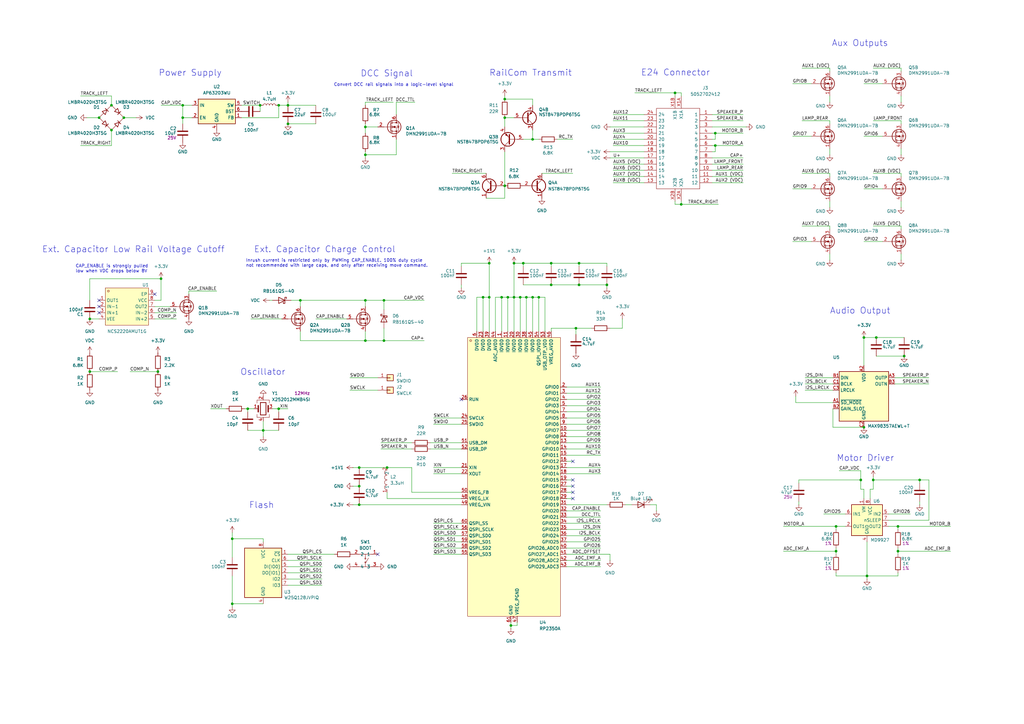
<source format=kicad_sch>
(kicad_sch (version 20231120) (generator "eeschema") (generator_version "8.0")
  (paper "A3")
  (junction (at 210.82 107.95))
  (junction (at 208.28 121.92))
  (junction (at 355.6 236.22))
  (junction (at 118.11 43.18))
  (junction (at 359.41 138.43))
  (junction (at 123.19 123.19))
  (junction (at 36.83 130.81))
  (junction (at 157.48 123.19))
  (junction (at 226.06 107.95))
  (junction (at 215.9 121.92))
  (junction (at 293.37 59.69))
  (junction (at 214.63 107.95))
  (junction (at 101.6 167.64))
  (junction (at 66.04 114.3))
  (junction (at 354.33 138.43))
  (junction (at 95.25 247.65))
  (junction (at 368.3 226.06))
  (junction (at 358.14 196.85))
  (junction (at 209.55 256.54))
  (junction (at 106.68 43.18))
  (junction (at 220.98 121.92))
  (junction (at 118.11 50.8))
  (junction (at 64.77 152.4))
  (junction (at 218.44 121.92))
  (junction (at 147.32 199.39))
  (junction (at 200.66 107.95))
  (junction (at 95.25 220.98))
  (junction (at 149.86 123.19))
  (junction (at 377.19 196.85))
  (junction (at 45.72 43.18))
  (junction (at 107.95 176.53))
  (junction (at 149.86 63.5))
  (junction (at 74.93 48.26))
  (junction (at 248.92 116.84))
  (junction (at 157.48 139.7))
  (junction (at 50.8 48.26))
  (junction (at 207.01 40.64))
  (junction (at 276.86 38.1))
  (junction (at 293.37 54.61))
  (junction (at 198.12 121.92))
  (junction (at 368.3 215.9))
  (junction (at 45.72 53.34))
  (junction (at 147.32 191.77))
  (junction (at 40.64 48.26))
  (junction (at 213.36 121.92))
  (junction (at 370.84 146.05))
  (junction (at 147.32 207.01))
  (junction (at 158.75 191.77))
  (junction (at 353.06 196.85))
  (junction (at 74.93 43.18))
  (junction (at 114.3 167.64))
  (junction (at 114.3 43.18))
  (junction (at 226.06 116.84))
  (junction (at 218.44 57.15))
  (junction (at 237.49 116.84))
  (junction (at 200.66 121.92))
  (junction (at 342.9 215.9))
  (junction (at 36.83 152.4))
  (junction (at 207.01 48.26))
  (junction (at 149.86 52.07))
  (junction (at 205.74 121.92))
  (junction (at 354.33 175.26))
  (junction (at 237.49 107.95))
  (junction (at 342.9 226.06))
  (junction (at 236.22 134.62))
  (junction (at 279.4 83.82))
  (junction (at 210.82 121.92))
  (junction (at 207.01 76.2))
  (junction (at 149.86 139.7))
  (no_connect (at 234.95 196.85))
  (no_connect (at 40.64 128.27))
  (no_connect (at 154.94 227.33))
  (no_connect (at 40.64 123.19))
  (no_connect (at 234.95 189.23))
  (no_connect (at 40.64 125.73))
  (no_connect (at 189.23 163.83))
  (no_connect (at 234.95 204.47))
  (no_connect (at 63.5 120.65))
  (no_connect (at 234.95 201.93))
  (no_connect (at 234.95 199.39))
  (wire (pts (xy 36.83 152.4) (xy 48.26 152.4)))
  (wire (pts (xy 149.86 123.19) (xy 149.86 125.73)))
  (wire (pts (xy 232.41 209.55) (xy 246.38 209.55)))
  (wire (pts (xy 279.4 82.55) (xy 279.4 83.82)))
  (wire (pts (xy 207.01 48.26) (xy 210.82 48.26)))
  (wire (pts (xy 95.25 218.44) (xy 95.25 220.98)))
  (wire (pts (xy 304.8 67.31) (xy 292.1 67.31)))
  (wire (pts (xy 63.5 128.27) (xy 72.39 128.27)))
  (wire (pts (xy 177.8 191.77) (xy 189.23 191.77)))
  (wire (pts (xy 232.41 186.69) (xy 246.38 186.69)))
  (wire (pts (xy 232.41 196.85) (xy 234.95 196.85)))
  (wire (pts (xy 260.35 38.1) (xy 276.86 38.1)))
  (wire (pts (xy 368.3 217.17) (xy 368.3 215.9)))
  (wire (pts (xy 99.06 48.26) (xy 114.3 48.26)))
  (wire (pts (xy 177.8 173.99) (xy 189.23 173.99)))
  (wire (pts (xy 176.53 184.15) (xy 189.23 184.15)))
  (wire (pts (xy 292.1 62.23) (xy 293.37 62.23)))
  (wire (pts (xy 367.03 157.48) (xy 381 157.48)))
  (wire (pts (xy 218.44 43.18) (xy 218.44 40.64)))
  (wire (pts (xy 99.06 43.18) (xy 106.68 43.18)))
  (wire (pts (xy 143.51 154.94) (xy 154.94 154.94)))
  (wire (pts (xy 327.66 205.74) (xy 327.66 207.01)))
  (wire (pts (xy 177.8 222.25) (xy 189.23 222.25)))
  (wire (pts (xy 369.57 60.96) (xy 369.57 63.5)))
  (wire (pts (xy 118.11 43.18) (xy 129.54 43.18)))
  (wire (pts (xy 292.1 57.15) (xy 293.37 57.15)))
  (wire (pts (xy 107.95 220.98) (xy 107.95 222.25)))
  (wire (pts (xy 266.7 207.01) (xy 269.24 207.01)))
  (wire (pts (xy 358.14 27.94) (xy 369.57 27.94)))
  (wire (pts (xy 232.41 219.71) (xy 246.38 219.71)))
  (wire (pts (xy 355.6 236.22) (xy 368.3 236.22)))
  (wire (pts (xy 358.14 195.58) (xy 358.14 196.85)))
  (wire (pts (xy 232.41 179.07) (xy 246.38 179.07)))
  (wire (pts (xy 177.8 214.63) (xy 189.23 214.63)))
  (wire (pts (xy 232.41 161.29) (xy 246.38 161.29)))
  (wire (pts (xy 118.11 232.41) (xy 132.08 232.41)))
  (wire (pts (xy 208.28 121.92) (xy 210.82 121.92)))
  (wire (pts (xy 327.66 196.85) (xy 353.06 196.85)))
  (wire (pts (xy 220.98 57.15) (xy 218.44 57.15)))
  (wire (pts (xy 358.14 92.71) (xy 369.57 92.71)))
  (wire (pts (xy 215.9 121.92) (xy 213.36 121.92)))
  (wire (pts (xy 66.04 43.18) (xy 74.93 43.18)))
  (wire (pts (xy 232.41 227.33) (xy 250.19 227.33)))
  (wire (pts (xy 251.46 74.93) (xy 264.16 74.93)))
  (wire (pts (xy 149.86 50.8) (xy 149.86 52.07)))
  (wire (pts (xy 162.56 57.15) (xy 162.56 63.5)))
  (wire (pts (xy 255.27 130.81) (xy 255.27 134.62)))
  (wire (pts (xy 95.25 220.98) (xy 107.95 220.98)))
  (wire (pts (xy 232.41 168.91) (xy 246.38 168.91)))
  (wire (pts (xy 223.52 121.92) (xy 223.52 135.89)))
  (wire (pts (xy 293.37 59.69) (xy 292.1 59.69)))
  (wire (pts (xy 369.57 49.53) (xy 369.57 50.8)))
  (wire (pts (xy 369.57 82.55) (xy 369.57 85.09)))
  (wire (pts (xy 248.92 107.95) (xy 237.49 107.95)))
  (wire (pts (xy 123.19 139.7) (xy 123.19 135.89)))
  (wire (pts (xy 207.01 81.28) (xy 207.01 76.2)))
  (wire (pts (xy 232.41 163.83) (xy 246.38 163.83)))
  (wire (pts (xy 248.92 116.84) (xy 248.92 118.11)))
  (wire (pts (xy 102.87 130.81) (xy 115.57 130.81)))
  (wire (pts (xy 114.3 167.64) (xy 118.11 167.64)))
  (wire (pts (xy 342.9 215.9) (xy 321.31 215.9)))
  (wire (pts (xy 346.71 215.9) (xy 342.9 215.9)))
  (wire (pts (xy 200.66 107.95) (xy 200.66 121.92)))
  (wire (pts (xy 101.6 168.91) (xy 101.6 167.64)))
  (wire (pts (xy 210.82 121.92) (xy 210.82 135.89)))
  (wire (pts (xy 213.36 121.92) (xy 213.36 135.89)))
  (wire (pts (xy 157.48 139.7) (xy 173.99 139.7)))
  (wire (pts (xy 325.12 77.47) (xy 332.74 77.47)))
  (wire (pts (xy 189.23 107.95) (xy 189.23 109.22)))
  (wire (pts (xy 232.41 217.17) (xy 246.38 217.17)))
  (wire (pts (xy 157.48 123.19) (xy 173.99 123.19)))
  (wire (pts (xy 177.8 194.31) (xy 189.23 194.31)))
  (wire (pts (xy 292.1 46.99) (xy 304.8 46.99)))
  (wire (pts (xy 368.3 215.9) (xy 364.49 215.9)))
  (wire (pts (xy 158.75 201.93) (xy 158.75 204.47)))
  (wire (pts (xy 149.86 41.91) (xy 149.86 43.18)))
  (wire (pts (xy 326.39 165.1) (xy 326.39 162.56)))
  (wire (pts (xy 356.87 204.47) (xy 356.87 200.66)))
  (wire (pts (xy 36.83 130.81) (xy 40.64 130.81)))
  (wire (pts (xy 342.9 234.95) (xy 342.9 236.22)))
  (wire (pts (xy 354.33 99.06) (xy 361.95 99.06)))
  (wire (pts (xy 368.3 226.06) (xy 368.3 227.33)))
  (wire (pts (xy 369.57 104.14) (xy 369.57 106.68)))
  (wire (pts (xy 232.41 191.77) (xy 246.38 191.77)))
  (wire (pts (xy 237.49 116.84) (xy 226.06 116.84)))
  (wire (pts (xy 119.38 123.19) (xy 123.19 123.19)))
  (wire (pts (xy 177.8 217.17) (xy 189.23 217.17)))
  (wire (pts (xy 377.19 196.85) (xy 381 196.85)))
  (wire (pts (xy 232.41 158.75) (xy 246.38 158.75)))
  (wire (pts (xy 157.48 123.19) (xy 157.48 127)))
  (wire (pts (xy 293.37 62.23) (xy 293.37 59.69)))
  (wire (pts (xy 198.12 121.92) (xy 198.12 135.89)))
  (wire (pts (xy 341.63 175.26) (xy 354.33 175.26)))
  (wire (pts (xy 95.25 236.22) (xy 95.25 247.65)))
  (wire (pts (xy 264.16 49.53) (xy 251.46 49.53)))
  (wire (pts (xy 118.11 240.03) (xy 132.08 240.03)))
  (wire (pts (xy 214.63 107.95) (xy 226.06 107.95)))
  (wire (pts (xy 344.17 193.04) (xy 353.06 193.04)))
  (wire (pts (xy 354.33 138.43) (xy 359.41 138.43)))
  (wire (pts (xy 354.33 34.29) (xy 361.95 34.29)))
  (wire (pts (xy 203.2 135.89) (xy 203.2 121.92)))
  (wire (pts (xy 340.36 27.94) (xy 340.36 29.21)))
  (wire (pts (xy 232.41 173.99) (xy 246.38 173.99)))
  (wire (pts (xy 354.33 204.47) (xy 354.33 200.66)))
  (wire (pts (xy 207.01 62.23) (xy 207.01 76.2)))
  (wire (pts (xy 232.41 171.45) (xy 246.38 171.45)))
  (wire (pts (xy 118.11 229.87) (xy 132.08 229.87)))
  (wire (pts (xy 264.16 57.15) (xy 251.46 57.15)))
  (wire (pts (xy 66.04 123.19) (xy 66.04 114.3)))
  (wire (pts (xy 248.92 107.95) (xy 248.92 109.22)))
  (wire (pts (xy 321.31 226.06) (xy 342.9 226.06)))
  (wire (pts (xy 209.55 255.27) (xy 209.55 256.54)))
  (wire (pts (xy 340.36 60.96) (xy 340.36 63.5)))
  (wire (pts (xy 177.8 224.79) (xy 189.23 224.79)))
  (wire (pts (xy 370.84 146.05) (xy 359.41 146.05)))
  (wire (pts (xy 218.44 53.34) (xy 218.44 57.15)))
  (wire (pts (xy 328.93 27.94) (xy 340.36 27.94)))
  (wire (pts (xy 355.6 222.25) (xy 355.6 236.22)))
  (wire (pts (xy 250.19 64.77) (xy 264.16 64.77)))
  (wire (pts (xy 367.03 154.94) (xy 381 154.94)))
  (wire (pts (xy 33.02 59.69) (xy 45.72 59.69)))
  (wire (pts (xy 149.86 62.23) (xy 149.86 63.5)))
  (wire (pts (xy 123.19 123.19) (xy 149.86 123.19)))
  (wire (pts (xy 358.14 71.12) (xy 369.57 71.12)))
  (wire (pts (xy 354.33 77.47) (xy 361.95 77.47)))
  (wire (pts (xy 353.06 196.85) (xy 353.06 200.66)))
  (wire (pts (xy 242.57 134.62) (xy 236.22 134.62)))
  (wire (pts (xy 255.27 134.62) (xy 250.19 134.62)))
  (wire (pts (xy 210.82 107.95) (xy 210.82 121.92)))
  (wire (pts (xy 264.16 69.85) (xy 251.46 69.85)))
  (wire (pts (xy 358.14 196.85) (xy 358.14 200.66)))
  (wire (pts (xy 162.56 41.91) (xy 170.18 41.91)))
  (wire (pts (xy 325.12 55.88) (xy 332.74 55.88)))
  (wire (pts (xy 359.41 138.43) (xy 370.84 138.43)))
  (wire (pts (xy 232.41 204.47) (xy 234.95 204.47)))
  (wire (pts (xy 123.19 139.7) (xy 149.86 139.7)))
  (wire (pts (xy 195.58 121.92) (xy 195.58 135.89)))
  (wire (pts (xy 232.41 212.09) (xy 246.38 212.09)))
  (wire (pts (xy 369.57 27.94) (xy 369.57 29.21)))
  (wire (pts (xy 237.49 107.95) (xy 237.49 109.22)))
  (wire (pts (xy 50.8 48.26) (xy 55.88 48.26)))
  (wire (pts (xy 218.44 121.92) (xy 218.44 135.89)))
  (wire (pts (xy 330.2 160.02) (xy 341.63 160.02)))
  (wire (pts (xy 340.36 49.53) (xy 340.36 50.8)))
  (wire (pts (xy 63.5 125.73) (xy 69.85 125.73)))
  (wire (pts (xy 147.32 191.77) (xy 158.75 191.77)))
  (wire (pts (xy 158.75 191.77) (xy 168.91 191.77)))
  (wire (pts (xy 222.25 71.12) (xy 234.95 71.12)))
  (wire (pts (xy 328.93 49.53) (xy 340.36 49.53)))
  (wire (pts (xy 264.16 54.61) (xy 251.46 54.61)))
  (wire (pts (xy 101.6 167.64) (xy 104.14 167.64)))
  (wire (pts (xy 210.82 107.95) (xy 214.63 107.95)))
  (wire (pts (xy 95.25 220.98) (xy 95.25 228.6)))
  (wire (pts (xy 129.54 130.81) (xy 142.24 130.81)))
  (wire (pts (xy 215.9 121.92) (xy 215.9 135.89)))
  (wire (pts (xy 232.41 181.61) (xy 246.38 181.61)))
  (wire (pts (xy 63.5 130.81) (xy 72.39 130.81)))
  (wire (pts (xy 209.55 256.54) (xy 212.09 256.54)))
  (wire (pts (xy 144.78 191.77) (xy 147.32 191.77)))
  (wire (pts (xy 364.49 210.82) (xy 373.38 210.82)))
  (wire (pts (xy 279.4 83.82) (xy 294.64 83.82)))
  (wire (pts (xy 77.47 119.38) (xy 77.47 120.65)))
  (wire (pts (xy 276.86 82.55) (xy 276.86 83.82)))
  (wire (pts (xy 189.23 107.95) (xy 200.66 107.95)))
  (wire (pts (xy 325.12 34.29) (xy 332.74 34.29)))
  (wire (pts (xy 328.93 71.12) (xy 340.36 71.12)))
  (wire (pts (xy 168.91 201.93) (xy 168.91 191.77)))
  (wire (pts (xy 149.86 139.7) (xy 157.48 139.7)))
  (wire (pts (xy 304.8 74.93) (xy 292.1 74.93)))
  (wire (pts (xy 118.11 227.33) (xy 137.16 227.33)))
  (wire (pts (xy 207.01 48.26) (xy 207.01 52.07)))
  (wire (pts (xy 325.12 99.06) (xy 332.74 99.06)))
  (wire (pts (xy 114.3 43.18) (xy 114.3 48.26)))
  (wire (pts (xy 149.86 52.07) (xy 149.86 54.61)))
  (wire (pts (xy 118.11 237.49) (xy 132.08 237.49)))
  (wire (pts (xy 203.2 121.92) (xy 205.74 121.92)))
  (wire (pts (xy 232.41 201.93) (xy 234.95 201.93)))
  (wire (pts (xy 226.06 107.95) (xy 226.06 109.22)))
  (wire (pts (xy 389.89 215.9) (xy 368.3 215.9)))
  (wire (pts (xy 149.86 63.5) (xy 162.56 63.5)))
  (wire (pts (xy 232.41 214.63) (xy 246.38 214.63)))
  (wire (pts (xy 226.06 134.62) (xy 226.06 135.89)))
  (wire (pts (xy 276.86 83.82) (xy 279.4 83.82)))
  (wire (pts (xy 232.41 189.23) (xy 234.95 189.23)))
  (wire (pts (xy 45.72 53.34) (xy 45.72 59.69)))
  (wire (pts (xy 226.06 107.95) (xy 237.49 107.95)))
  (wire (pts (xy 232.41 222.25) (xy 246.38 222.25)))
  (wire (pts (xy 162.56 41.91) (xy 162.56 46.99)))
  (wire (pts (xy 304.8 69.85) (xy 292.1 69.85)))
  (wire (pts (xy 353.06 193.04) (xy 353.06 196.85)))
  (wire (pts (xy 369.57 92.71) (xy 369.57 93.98)))
  (wire (pts (xy 354.33 138.43) (xy 354.33 149.86)))
  (wire (pts (xy 369.57 39.37) (xy 369.57 41.91)))
  (wire (pts (xy 198.12 121.92) (xy 195.58 121.92)))
  (wire (pts (xy 156.21 181.61) (xy 168.91 181.61)))
  (wire (pts (xy 149.86 52.07) (xy 154.94 52.07)))
  (wire (pts (xy 100.33 167.64) (xy 101.6 167.64)))
  (wire (pts (xy 200.66 121.92) (xy 198.12 121.92)))
  (wire (pts (xy 341.63 167.64) (xy 341.63 175.26)))
  (wire (pts (xy 369.57 71.12) (xy 369.57 72.39)))
  (wire (pts (xy 149.86 123.19) (xy 157.48 123.19)))
  (wire (pts (xy 264.16 59.69) (xy 251.46 59.69)))
  (wire (pts (xy 212.09 256.54) (xy 212.09 255.27)))
  (wire (pts (xy 74.93 43.18) (xy 78.74 43.18)))
  (wire (pts (xy 86.36 167.64) (xy 92.71 167.64)))
  (wire (pts (xy 161.29 41.91) (xy 149.86 41.91)))
  (wire (pts (xy 214.63 109.22) (xy 214.63 107.95)))
  (wire (pts (xy 213.36 121.92) (xy 210.82 121.92)))
  (wire (pts (xy 123.19 123.19) (xy 123.19 125.73)))
  (wire (pts (xy 264.16 46.99) (xy 251.46 46.99)))
  (wire (pts (xy 177.8 227.33) (xy 189.23 227.33)))
  (wire (pts (xy 279.4 39.37) (xy 279.4 38.1)))
  (wire (pts (xy 74.93 50.8) (xy 74.93 48.26)))
  (wire (pts (xy 368.3 226.06) (xy 368.3 224.79)))
  (wire (pts (xy 209.55 256.54) (xy 209.55 257.81)))
  (wire (pts (xy 149.86 135.89) (xy 149.86 139.7)))
  (wire (pts (xy 328.93 92.71) (xy 340.36 92.71)))
  (wire (pts (xy 377.19 196.85) (xy 358.14 196.85)))
  (wire (pts (xy 95.25 247.65) (xy 95.25 248.92)))
  (wire (pts (xy 232.41 194.31) (xy 246.38 194.31)))
  (wire (pts (xy 208.28 135.89) (xy 208.28 121.92)))
  (wire (pts (xy 88.9 119.38) (xy 77.47 119.38)))
  (wire (pts (xy 293.37 54.61) (xy 292.1 54.61)))
  (wire (pts (xy 340.36 92.71) (xy 340.36 93.98)))
  (wire (pts (xy 36.83 114.3) (xy 66.04 114.3)))
  (wire (pts (xy 107.95 172.72) (xy 107.95 176.53)))
  (wire (pts (xy 232.41 232.41) (xy 246.38 232.41)))
  (wire (pts (xy 364.49 213.36) (xy 381 213.36)))
  (wire (pts (xy 144.78 199.39) (xy 147.32 199.39)))
  (wire (pts (xy 236.22 137.16) (xy 236.22 134.62)))
  (wire (pts (xy 176.53 181.61) (xy 189.23 181.61)))
  (wire (pts (xy 248.92 116.84) (xy 237.49 116.84)))
  (wire (pts (xy 45.72 39.37) (xy 45.72 43.18)))
  (wire (pts (xy 232.41 224.79) (xy 246.38 224.79)))
  (wire (pts (xy 218.44 121.92) (xy 220.98 121.92)))
  (wire (pts (xy 110.49 123.19) (xy 111.76 123.19)))
  (wire (pts (xy 114.3 168.91) (xy 114.3 167.64)))
  (wire (pts (xy 368.3 226.06) (xy 389.89 226.06)))
  (wire (pts (xy 101.6 176.53) (xy 107.95 176.53)))
  (wire (pts (xy 228.6 57.15) (xy 234.95 57.15)))
  (wire (pts (xy 304.8 72.39) (xy 292.1 72.39)))
  (wire (pts (xy 293.37 57.15) (xy 293.37 54.61)))
  (wire (pts (xy 276.86 39.37) (xy 276.86 38.1)))
  (wire (pts (xy 381 213.36) (xy 381 196.85)))
  (wire (pts (xy 250.19 62.23) (xy 264.16 62.23)))
  (wire (pts (xy 218.44 40.64) (xy 207.01 40.64)))
  (wire (pts (xy 226.06 134.62) (xy 236.22 134.62)))
  (wire (pts (xy 342.9 217.17) (xy 342.9 215.9)))
  (wire (pts (xy 269.24 207.01) (xy 269.24 209.55)))
  (wire (pts (xy 342.9 227.33) (xy 342.9 226.06)))
  (wire (pts (xy 207.01 39.37) (xy 207.01 40.64)))
  (wire (pts (xy 106.68 43.18) (xy 106.68 45.72)))
  (wire (pts (xy 118.11 234.95) (xy 132.08 234.95)))
  (wire (pts (xy 144.78 207.01) (xy 147.32 207.01)))
  (wire (pts (xy 358.14 49.53) (xy 369.57 49.53)))
  (wire (pts (xy 200.66 121.92) (xy 200.66 135.89)))
  (wire (pts (xy 232.41 199.39) (xy 234.95 199.39)))
  (wire (pts (xy 377.19 205.74) (xy 377.19 207.01)))
  (wire (pts (xy 264.16 67.31) (xy 251.46 67.31)))
  (wire (pts (xy 114.3 43.18) (xy 118.11 43.18)))
  (wire (pts (xy 232.41 184.15) (xy 246.38 184.15)))
  (wire (pts (xy 292.1 49.53) (xy 304.8 49.53)))
  (wire (pts (xy 158.75 204.47) (xy 189.23 204.47)))
  (wire (pts (xy 232.41 207.01) (xy 248.92 207.01)))
  (wire (pts (xy 250.19 52.07) (xy 264.16 52.07)))
  (wire (pts (xy 276.86 38.1) (xy 279.4 38.1)))
  (wire (pts (xy 304.8 54.61) (xy 293.37 54.61)))
  (wire (pts (xy 157.48 134.62) (xy 157.48 139.7)))
  (wire (pts (xy 220.98 121.92) (xy 223.52 121.92)))
  (wire (pts (xy 218.44 57.15) (xy 214.63 57.15)))
  (wire (pts (xy 356.87 200.66) (xy 358.14 200.66)))
  (wire (pts (xy 330.2 157.48) (xy 341.63 157.48)))
  (wire (pts (xy 259.08 207.01) (xy 256.54 207.01)))
  (wire (pts (xy 107.95 179.07) (xy 107.95 176.53)))
  (wire (pts (xy 63.5 123.19) (xy 66.04 123.19)))
  (wire (pts (xy 337.82 210.82) (xy 346.71 210.82)))
  (wire (pts (xy 232.41 229.87) (xy 246.38 229.87)))
  (wire (pts (xy 107.95 176.53) (xy 114.3 176.53)))
  (wire (pts (xy 327.66 198.12) (xy 327.66 196.85)))
  (wire (pts (xy 342.9 226.06) (xy 342.9 224.79)))
  (wire (pts (xy 33.02 39.37) (xy 45.72 39.37)))
  (wire (pts (xy 355.6 236.22) (xy 342.9 236.22)))
  (wire (pts (xy 340.36 104.14) (xy 340.36 106.68)))
  (wire (pts (xy 74.93 48.26) (xy 78.74 48.26)))
  (wire (pts (xy 377.19 198.12) (xy 377.19 196.85)))
  (wire (pts (xy 232.41 166.37) (xy 246.38 166.37)))
  (wire (pts (xy 250.19 227.33) (xy 250.19 229.87)))
  (wire (pts (xy 189.23 201.93) (xy 168.91 201.93)))
  (wire (pts (xy 330.2 154.94) (xy 341.63 154.94)))
  (wire (pts (xy 143.51 160.02) (xy 154.94 160.02)))
  (wire (pts (xy 199.39 81.28) (xy 207.01 81.28)))
  (wire (pts (xy 251.46 72.39) (xy 264.16 72.39)))
  (wire (pts (xy 189.23 116.84) (xy 189.23 118.11)))
  (wire (pts (xy 304.8 64.77) (xy 292.1 64.77)))
  (wire (pts (xy 214.63 116.84) (xy 226.06 116.84)))
  (wire (pts (xy 35.56 48.26) (xy 40.64 48.26)))
  (wire (pts (xy 340.36 39.37) (xy 340.36 41.91)))
  (wire (pts (xy 368.3 234.95) (xy 368.3 236.22)))
  (wire (pts (xy 306.07 52.07) (xy 292.1 52.07)))
  (wire (pts (xy 177.8 219.71) (xy 189.23 219.71)))
  (wire (pts (xy 64.77 152.4) (xy 53.34 152.4)))
  (wire (pts (xy 205.74 135.89) (xy 205.74 121.92)))
  (wire (pts (xy 118.11 50.8) (xy 129.54 50.8)))
  (wire (pts (xy 341.63 165.1) (xy 326.39 165.1)))
  (wire (pts (xy 218.44 121.92) (xy 215.9 121.92)))
  (wire (pts (xy 118.11 41.91) (xy 118.11 43.18)))
  (wire (pts (xy 36.83 114.3) (xy 36.83 123.19)))
  (wire (pts (xy 340.36 82.55) (xy 340.36 85.09)))
  (wire (pts (xy 74.93 43.18) (xy 74.93 48.26)))
  (wire (pts (xy 149.86 64.77) (xy 149.86 63.5)))
  (wire (pts (xy 111.76 167.64) (xy 114.3 167.64)))
  (wire (pts (xy 177.8 171.45) (xy 189.23 171.45)))
  (wire (pts (xy 354.33 200.66) (xy 353.06 200.66)))
  (wire (pts (xy 185.42 71.12) (xy 199.39 71.12)))
  (wire (pts (xy 220.98 121.92) (xy 220.98 135.89)))
  (wire (pts (xy 340.36 71.12) (xy 340.36 72.39)))
  (wire (pts (xy 205.74 121.92) (xy 208.28 121.92)))
  (wire (pts (xy 354.33 55.88) (xy 361.95 55.88)))
  (wire (pts (xy 95.25 247.65) (xy 107.95 247.65)))
  (wire (pts (xy 355.6 236.22) (xy 355.6 237.49)))
  (wire (pts (xy 147.32 207.01) (xy 189.23 207.01)))
  (wire (pts (xy 304.8 59.69) (xy 293.37 59.69)))
  (wire (pts (xy 156.21 184.15) (xy 168.91 184.15)))
  (wire (pts (xy 232.41 176.53) (xy 246.38 176.53)))
  (text "Inrush current is restricted only by PWMing CAP_ENABLE. 100% duty cycle\nnot recommended with large caps, and only after receiving move command." (at 100.838 109.728 0) (effects (font (size 1.27 1.27)) (justify left bottom)))
  (text "CAP_ENABLE is strongly pulled\nlow when VDC drops below 8V" (at 30.988 112.014 0) (effects (font (size 1.27 1.27)) (justify left bottom)))
  (text "Aux Outputs" (at 341.122 19.304 0) (effects (font (size 2.54 2.54)) (justify left bottom)))
  (text "RailCom Transmit" (at 200.66 31.496 0) (effects (font (size 2.54 2.54)) (justify left bottom)))
  (text "Convert DCC rail signals into a logic-level signal" (at 136.906 35.56 0) (effects (font (size 1.27 1.27)) (justify left bottom)))
  (text "Motor Driver" (at 343.154 189.484 0) (effects (font (size 2.54 2.54)) (justify left bottom)))
  (text "Oscillator" (at 98.552 154.178 0) (effects (font (size 2.54 2.54)) (justify left bottom)))
  (text "Power Supply" (at 65.024 31.496 0) (effects (font (size 2.54 2.54)) (justify left bottom)))
  (text "Flash" (at 102.108 208.788 0) (effects (font (size 2.54 2.54)) (justify left bottom)))
  (text "Ext. Capacitor Low Rail Voltage Cutoff" (at 17.272 103.886 0) (effects (font (size 2.54 2.54)) (justify left bottom)))
  (text "Ext. Capacitor Charge Control" (at 104.14 103.886 0) (effects (font (size 2.54 2.54)) (justify left bottom)))
  (text "Audio Output" (at 340.36 129.032 0) (effects (font (size 2.54 2.54)) (justify left bottom)))
  (text "E24 Connector" (at 262.89 31.369 0) (effects (font (size 2.54 2.54)) (justify left bottom)))
  (text "DCC Signal" (at 147.828 31.75 0) (effects (font (size 2.54 2.54)) (justify left bottom)))
  (label "AUX6 (VDC)" (at 251.46 69.85 0))
  (label "AUX7 (VDC)" (at 328.93 92.71 0))
  (label "GPIO7" (at 325.12 55.88 0))
  (label "TRACK_RIGHT" (at 294.64 83.82 180))
  (label "LAMP_REAR" (at 328.93 49.53 0))
  (label "TRACK_RIGHT" (at 33.02 59.69 0))
  (label "CAP+" (at 304.8 64.77 180))
  (label "AUX4" (at 251.46 57.15 0))
  (label "TRACK_LEFT" (at 161.29 41.91 180))
  (label "QSPI_SD3" (at 132.08 240.03 180))
  (label "QSPI_SD0" (at 177.8 219.71 0))
  (label "ADC_EMF_A" (at 321.31 226.06 0))
  (label "SPEAKER_N" (at 304.8 49.53 180))
  (label "GPIO4" (at 354.33 77.47 0))
  (label "AUX1 (VDC)" (at 328.93 27.94 0))
  (label "I2S_BCLK" (at 246.38 219.71 180))
  (label "LAMP_FRONT" (at 304.8 67.31 180))
  (label "SPEAKER_P" (at 156.21 181.61 0))
  (label "SWDIO" (at 177.8 173.99 0))
  (label "CAP_VDC" (at 173.99 123.19 180))
  (label "AUX10" (at 246.38 184.15 180))
  (label "RC_TX" (at 234.95 57.15 180))
  (label "TRACK_LEFT" (at 260.35 38.1 0))
  (label "AUX4" (at 246.38 191.77 180))
  (label "SWCLK" (at 143.51 160.02 0))
  (label "XOUT" (at 177.8 194.31 0))
  (label "AUX5 (VDC)" (at 358.14 92.71 0))
  (label "CAP_ENABLE" (at 129.54 130.81 0))
  (label "GPIO2" (at 354.33 99.06 0))
  (label "SWCLK" (at 177.8 171.45 0))
  (label "COMP_N" (at 53.34 152.4 0))
  (label "DCC_TTL" (at 246.38 212.09 180))
  (label "GPIO2" (at 246.38 163.83 180))
  (label "QSPI_SCLK" (at 177.8 217.17 0))
  (label "AUX2 (VDC)" (at 304.8 74.93 180))
  (label "GPIO7" (at 246.38 176.53 180))
  (label "I2S_DIN" (at 246.38 217.17 180))
  (label "LAMP_REAR" (at 304.8 69.85 180))
  (label "MOTOR_B" (at 304.8 54.61 180))
  (label "USB_P" (at 177.8 181.61 0))
  (label "AUX3" (at 246.38 194.31 180))
  (label "AUX10" (at 251.46 59.69 0))
  (label "ADC_OFFSET" (at 246.38 227.33 180))
  (label "GPIO3" (at 246.38 166.37 180))
  (label "GPIO25" (at 337.82 210.82 0))
  (label "GPIO26" (at 246.38 224.79 180))
  (label "I2S_LRCLK" (at 246.38 214.63 180))
  (label "AUX12" (at 251.46 46.99 0))
  (label "SPEAKER_P" (at 304.8 46.99 180))
  (label "SPEAKER_N" (at 381 157.48 180))
  (label "ADC_EMF_B" (at 389.89 226.06 180))
  (label "LAMP_FRONT" (at 358.14 49.53 0))
  (label "QSPI_CS" (at 132.08 227.33 180))
  (label "I2S_DIN" (at 330.2 154.94 0))
  (label "MOTOR_A" (at 304.8 59.69 180))
  (label "MOTOR_B" (at 389.89 215.9 180))
  (label "U+" (at 251.46 64.77 0))
  (label "AUX8 (VDC)" (at 251.46 74.93 0))
  (label "AUX2 (VDC)" (at 358.14 27.94 0))
  (label "QSPI_SD1" (at 132.08 234.95 180))
  (label "GPIO5" (at 246.38 171.45 180))
  (label "COMP_P" (at 72.39 130.81 180))
  (label "CAP_VDC" (at 66.04 43.18 0))
  (label "COMP_P" (at 48.26 152.4 180))
  (label "QSPI_SD0" (at 132.08 232.41 180))
  (label "AUX7 (VDC)" (at 251.46 72.39 0))
  (label "CAP+" (at 173.99 139.7 180))
  (label "QSPI_SCLK" (at 132.08 229.87 180))
  (label "DCC_TTL" (at 170.18 41.91 180))
  (label "TRACK_RIGHT" (at 185.42 71.12 0))
  (label "CAP_ENABLE" (at 246.38 209.55 180))
  (label "RC_TX" (at 246.38 186.69 180))
  (label "GPIO6" (at 354.33 55.88 0))
  (label "GPIO9" (at 246.38 181.61 180))
  (label "XIN" (at 118.11 167.64 180))
  (label "AUX1 (VDC)" (at 304.8 72.39 180))
  (label "SPEAKER_P" (at 381 154.94 180))
  (label "GPIO5" (at 354.33 34.29 0))
  (label "CAP_VDC" (at 344.17 193.04 0))
  (label "USB_N" (at 177.8 184.15 0))
  (label "AUX8 (VDC)" (at 358.14 71.12 0))
  (label "GPIO9" (at 325.12 77.47 0))
  (label "QSPI_SD3" (at 177.8 227.33 0))
  (label "I2S_BCLK" (at 330.2 157.48 0))
  (label "SWITCH" (at 106.68 43.18 180))
  (label "GPIO26" (at 373.38 210.82 180))
  (label "COMP_N" (at 72.39 128.27 180))
  (label "MOTOR_A" (at 321.31 215.9 0))
  (label "CAP_ENABLE" (at 102.87 130.81 0))
  (label "ADC_EMF_A" (at 246.38 229.87 180))
  (label "AUX3" (at 251.46 54.61 0))
  (label "QSPI_SD2" (at 177.8 224.79 0))
  (label "GPIO6" (at 246.38 173.99 180))
  (label "GPIO8" (at 325.12 34.29 0))
  (label "AUX5 (VDC)" (at 251.46 67.31 0))
  (label "AUX6 (VDC)" (at 328.93 71.12 0))
  (label "ADC_EMF_B" (at 246.38 232.41 180))
  (label "SPEAKER_N" (at 156.21 184.15 0))
  (label "AUX12" (at 246.38 161.29 180))
  (label "GPIO8" (at 246.38 179.07 180))
  (label "GPIO3" (at 325.12 99.06 0))
  (label "I2S_LRCLK" (at 330.2 160.02 0))
  (label "XIN" (at 177.8 191.77 0))
  (label "GPIO25" (at 246.38 222.25 180))
  (label "TRACK_LEFT" (at 234.95 71.12 180))
  (label "QSPI_SD1" (at 177.8 222.25 0))
  (label "QSPI_CS" (at 177.8 214.63 0))
  (label "SWDIO" (at 143.51 154.94 0))
  (label "CAP_ENABLE" (at 88.9 119.38 180))
  (label "TRACK_LEFT" (at 33.02 39.37 0))
  (label "GPIO4" (at 246.38 168.91 180))
  (label "AUX11" (at 251.46 49.53 0))
  (label "AUX11" (at 246.38 158.75 180))
  (label "XOUT" (at 86.36 167.64 0))
  (label "QSPI_SD2" (at 132.08 237.49 180))
  (symbol (lib_id "power:GND") (at 77.47 130.81 0) (unit 1)
    (property "Reference" "#PWR010" (effects (hide yes)))
    (property "Value" "GND" (at 77.47 135.89 0))
    (property "Description" "Power symbol creates a global label with name \"GND\" , ground" (effects (hide yes)))
  )
  (symbol (lib_id "power:GND") (at 236.22 144.78 0) (unit 1)
    (property "Reference" "#PWR031" (effects (hide yes)))
    (property "Value" "GND" (at 236.22 149.86 0))
    (property "Description" "Power symbol creates a global label with name \"GND\" , ground" (effects (hide yes)))
  )
  (symbol (lib_id "power:GND") (at 154.94 232.41 90) (unit 1)
    (property "Reference" "#PWR024" (effects (hide yes)))
    (property "Value" "GND" (at 158.75 232.4099 90) (effects (justify right)))
    (property "Description" "Power symbol creates a global label with name \"GND\" , ground" (effects (hide yes)))
  )
  (symbol (lib_id "Transistor_BJT:BC847BPN") (at 215.9 48.26 0) (mirror x) (unit 2)
    (property "Reference" "Q4" (at 220.98 44.958 0) (effects (justify left)))
    (property "Value" "NST847BPDP6T5G" (at 220.98 46.9901 0) (effects (justify left)))
    (property "Footprint" "Package_TO_SOT_SMD:SOT-963" (effects (hide yes)))
    (property "Datasheet" "https://assets.nexperia.com/documents/data-sheet/BC847BPN.pdf" (effects (hide yes)))
    (property "Description" "100mA IC, 45V Vce, Dual NPN/PNP Transistors, SOT-363" (effects (hide yes)))
    (property "LCSC" "C896443" (effects (hide yes)))
  )
  (symbol (lib_id "Device:D_45deg") (at 48.26 50.8 90) (unit 1)
    (property "Reference" "D4" (at 51.816 52.324 90))
    (property "Value" "LMBR4020H3T5G" (at 55.372 54.61 90))
    (property "Footprint" "rp2350-decoder:U-DFN1608-2_L1.6-W0.8-RD" (effects (hide yes)))
    (property "Datasheet" "https://www.lcsc.com/datasheet/lcsc_datasheet_2108150030_LRC-LMBR4020H3T5G_C2852608.pdf" (effects (hide yes)))
    (property "Description" "40V Independent Type 2A 560mV DFN-2(0.8x1.6) Schottky Diodes ROHS" (effects (hide yes)))
    (property "LCSC" "C2852608" (effects (hide yes)))
    (property "Height" "0.42" (effects (hide yes)))
  )
  (symbol (lib_id "rp2350-decoder:MAX98357AEWL+T") (at 354.33 162.56 0) (unit 1)
    (property "Reference" "U5" (at 341.63 146.558 0) (effects (justify left)))
    (property "Value" "MAX98357AEWL+T" (at 364.49 174.752 0))
    (property "Footprint" "rp2350-decoder:WLP-9_L1.4-W1.3-P0.40-R3-C3-BR" (effects (hide yes)))
    (property "Datasheet" "https://www.analog.com/media/en/technical-documentation/data-sheets/MAX98357A-MAX98357B.pdf" (effects (hide yes)))
    (property "Description" "Mono DAC with amplifier, I2S, PCM, TDM, 32-bit, 96khz, 3.2W, WLP-9" (effects (hide yes)))
    (property "LCSC" "C2682619" (effects (hide yes)))
    (property "JLCPCB_CORRECTION" "0;0;0" (effects (hide yes)))
    (property "Height" "0.69" (effects (hide yes)))
    (property "LCSC Part" "C2682619" (effects (hide yes)))
  )
  (symbol (lib_id "power:GND") (at 35.56 48.26 270) (unit 1)
    (property "Reference" "#PWR01" (effects (hide yes)))
    (property "Value" "GND" (at 31.75 48.2599 90) (effects (justify right)))
    (property "Description" "Power symbol creates a global label with name \"GND\" , ground" (effects (hide yes)))
  )
  (symbol (lib_id "power:GND") (at 340.36 63.5 0) (unit 1)
    (property "Reference" "#PWR043" (effects (hide yes)))
    (property "Value" "GND" (at 336.55 65.024 0))
    (property "Description" "Power symbol creates a global label with name \"GND\" , ground" (effects (hide yes)))
  )
  (symbol (lib_id "Device:C") (at 102.87 45.72 90) (mirror x) (unit 1)
    (property "Reference" "C5" (at 102.87 51.054 90))
    (property "Value" "100nF" (at 103.124 53.34 90))
    (property "Footprint" "Capacitor_SMD:C_0201_0603Metric" (effects (hide yes)))
    (property "Description" "Unpolarized capacitor" (effects (hide yes)))
    (property "LCSC" "C49062" (effects (hide yes)))
    (property "Height" "0.33" (effects (hide yes)))
  )
  (symbol (lib_id "Device:R") (at 36.83 156.21 0) (mirror y) (unit 1)
    (property "Reference" "R2" (at 34.29 154.9399 0) (effects (justify left)))
    (property "Value" "1K" (at 34.29 157.4799 0) (effects (justify left)))
    (property "Footprint" "Resistor_SMD:R_0201_0603Metric" (effects (hide yes)))
    (property "Description" "Resistor" (effects (hide yes)))
    (property "LCSC" "C270365" (effects (hide yes)))
    (property "Height" "0.26" (effects (hide yes)))
  )
  (symbol (lib_name "GND_1") (lib_id "power:GND") (at 370.84 146.05 0) (unit 1)
    (property "Reference" "#PWR054" (effects (hide yes)))
    (property "Value" "GND" (at 370.84 149.86 0))
    (property "Description" "Power symbol creates a global label with name \"GND\" , ground" (effects (hide yes)))
  )
  (symbol (lib_id "Device:R") (at 224.79 57.15 90) (mirror x) (unit 1)
    (property "Reference" "R13" (at 224.79 60.452 90))
    (property "Value" "6.8K" (at 224.79 62.738 90))
    (property "Footprint" "Resistor_SMD:R_0201_0603Metric" (effects (hide yes)))
    (property "Description" "Resistor" (effects (hide yes)))
    (property "LCSC" "C423451" (effects (hide yes)))
  )
  (symbol (lib_id "Device:R") (at 342.9 220.98 180) (unit 1)
    (property "Reference" "R16" (at 339.725 219.075 0))
    (property "Value" "6.8K" (at 339.09 220.98 0))
    (property "Footprint" "Resistor_SMD:R_0201_0603Metric" (effects (hide yes)))
    (property "Tolerance" "1%" (at 339.725 222.885 0))
    (property "LCSC" "C423451" (effects (hide yes)))
    (property "Height" "0.26" (effects (hide yes)))
  )
  (symbol (lib_id "Regulator_Switching:AP63203WU") (at 88.9 45.72 0) (unit 1)
    (property "Reference" "U2" (at 88.9 35.56 0))
    (property "Value" "AP63203WU" (at 88.9 38.1 0))
    (property "Footprint" "rp2350-decoder:TSOT-26_L2.9-W1.6-P0.95-LS2.8-BL" (effects (hide yes)))
    (property "Datasheet" "https://www.diodes.com/assets/Datasheets/AP63200-AP63201-AP63203-AP63205.pdf" (effects (hide yes)))
    (property "Description" "2A, 1.1MHz Buck DC/DC Converter, fixed 3.3V output voltage, TSOT-23-6" (effects (hide yes)))
    (property "LCSC" "C780769" (effects (hide yes)))
    (property "JLCPCB_CORRECTION" "0;0;0" (effects (hide yes)))
    (property "Height" "1.0" (effects (hide yes)))
  )
  (symbol (lib_id "power:GND") (at 306.07 52.07 90) (unit 1)
    (property "Reference" "#PWR039" (effects (hide yes)))
    (property "Value" "GND" (at 309.88 52.0699 90) (effects (justify right)))
    (property "Description" "Power symbol creates a global label with name \"GND\" , ground" (effects (hide yes)))
  )
  (symbol (lib_id "power:+3.3V") (at 144.78 207.01 90) (unit 1)
    (property "Reference" "#PWR021" (effects (hide yes)))
    (property "Value" "+3.3V" (at 140.97 207.0099 90) (effects (justify left)))
    (property "Description" "Power symbol creates a global label with name \"+3.3V\"" (effects (hide yes)))
  )
  (symbol (lib_id "power:VDC") (at 250.19 64.77 90) (unit 1)
    (property "Reference" "#PWR035" (effects (hide yes)))
    (property "Value" "VDC" (at 246.38 64.7699 90) (effects (justify left)))
    (property "Description" "Power symbol creates a global label with name \"VDC\"" (effects (hide yes)))
  )
  (symbol (lib_id "Device:R") (at 96.52 167.64 270) (mirror x) (unit 1)
    (property "Reference" "R5" (at 96.52 161.29 90))
    (property "Value" "1K" (at 96.52 163.83 90))
    (property "Footprint" "Resistor_SMD:R_0201_0603Metric" (effects (hide yes)))
    (property "Description" "Resistor" (effects (hide yes)))
    (property "LCSC" "C270365" (effects (hide yes)))
  )
  (symbol (lib_id "rp2350-decoder:DMN2991UDA-7B") (at 74.93 125.73 0) (unit 2)
    (property "Reference" "Q1" (at 81.28 126.238 0) (effects (justify left)))
    (property "Value" "DMN2991UDA-7B" (at 81.28 128.524 0) (effects (justify left)))
    (property "Footprint" "rp2350-decoder:X2-DFN0806-6_L0.8-W0.6_X2-DFN0806-6" (effects (hide yes)))
    (property "Datasheet" "https://wmsc.lcsc.com/wmsc/upload/file/pdf/v2/lcsc/2201121800_Diodes-Incorporated-DMN2991UDA-7B_C2937136.pdf" (effects (hide yes)))
    (property "Description" "20V 450mA 310mW 990mΩ@100mA,4.5V 1V@250uA 2 N-Channel X2-DFN0806-6 MOSFETs ROHS" (effects (hide yes)))
    (property "LCSC" "C2937136" (effects (hide yes)))
    (property "Height" "0.4" (effects (hide yes)))
  )
  (symbol (lib_id "Transistor_BJT:BC847BPN") (at 201.93 76.2 0) (mirror y) (unit 1)
    (property "Reference" "Q3" (at 196.85 74.9299 0) (effects (justify left)))
    (property "Value" "NST847BPDP6T5G" (at 196.85 77.4699 0) (effects (justify left)))
    (property "Footprint" "Package_TO_SOT_SMD:SOT-963" (effects (hide yes)))
    (property "Datasheet" "https://assets.nexperia.com/documents/data-sheet/BC847BPN.pdf" (effects (hide yes)))
    (property "Description" "100mA IC, 45V Vce, Dual NPN/PNP Transistors, SOT-363" (effects (hide yes)))
    (property "LCSC" "C896443" (effects (hide yes)))
  )
  (symbol (lib_id "power:GND") (at 369.57 85.09 0) (unit 1)
    (property "Reference" "#PWR052" (effects (hide yes)))
    (property "Value" "GND" (at 365.76 86.614 0))
    (property "Description" "Power symbol creates a global label with name \"GND\" , ground" (effects (hide yes)))
  )
  (symbol (lib_id "power:+3.3V") (at 354.33 138.43 0) (unit 1)
    (property "Reference" "#PWR046" (effects (hide yes)))
    (property "Value" "+3.3V" (at 354.33 133.35 0))
    (property "Description" "Power symbol creates a global label with name \"+3.3V\"" (effects (hide yes)))
  )
  (symbol (lib_id "Device:C") (at 248.92 113.03 0) (unit 1)
    (property "Reference" "C16" (at 251.46 111.125 0) (effects (justify left)))
    (property "Value" "100nF" (at 251.46 113.03 0) (effects (justify left)))
    (property "Footprint" "Capacitor_SMD:C_0201_0603Metric" (effects (hide yes)))
    (property "Voltage" "6V3" (effects (hide yes)))
    (property "LCSC" "C49062" (effects (hide yes)))
    (property "Height" "0.33" (effects (hide yes)))
  )
  (symbol (lib_id "rp2350-decoder:1TS026A-1000-0550-CT") (at 149.86 229.87 0) (unit 1)
    (property "Reference" "SW1" (at 149.86 222.25 0))
    (property "Value" "BOOT" (at 149.86 224.79 0))
    (property "Footprint" "rp2350-decoder:SW-SMD_4P-L2.6-W1.6-P0.75-LS3.0" (effects (hide yes)))
    (property "Datasheet" "https://www.lcsc.com/datasheet/lcsc_datasheet_2304140030_HYP--Hongyuan-Precision-1TS026A-1000-0550-CT_C913778.pdf" (effects (hide yes)))
    (property "Description" "Push button switch, generic, two pins" (effects (hide yes)))
    (property "LCSC" "C913778" (effects (hide yes)))
    (property "Height" "0.65" (effects (hide yes)))
  )
  (symbol (lib_id "Device:R") (at 36.83 148.59 0) (mirror y) (unit 1)
    (property "Reference" "R1" (at 34.29 147.3199 0) (effects (justify left)))
    (property "Value" "6.8K" (at 34.29 149.8599 0) (effects (justify left)))
    (property "Footprint" "Resistor_SMD:R_0201_0603Metric" (effects (hide yes)))
    (property "Description" "Resistor" (effects (hide yes)))
    (property "LCSC" "C423451" (effects (hide yes)))
    (property "Height" "0.26" (effects (hide yes)))
  )
  (symbol (lib_id "power:GND") (at 144.78 199.39 270) (unit 1)
    (property "Reference" "#PWR020" (effects (hide yes)))
    (property "Value" "GND" (at 140.97 199.3899 90) (effects (justify right)))
    (property "Description" "Power symbol creates a global label with name \"GND\" , ground" (effects (hide yes)))
  )
  (symbol (lib_id "Device:R") (at 172.72 181.61 90) (unit 1)
    (property "Reference" "R9" (at 172.72 175.26 90))
    (property "Value" "22R" (at 172.72 177.8 90))
    (property "Footprint" "Resistor_SMD:R_0201_0603Metric" (effects (hide yes)))
    (property "Description" "Resistor" (effects (hide yes)))
    (property "LCSC" "C270355" (effects (hide yes)))
  )
  (symbol (lib_id "Device:R") (at 64.77 148.59 0) (mirror y) (unit 1)
    (property "Reference" "R3" (at 67.31 147.3199 0) (effects (justify right)))
    (property "Value" "2.2K" (at 67.31 149.8599 0) (effects (justify right)))
    (property "Footprint" "Resistor_SMD:R_0201_0603Metric" (effects (hide yes)))
    (property "Description" "Resistor" (effects (hide yes)))
    (property "LCSC" "C473534" (effects (hide yes)))
    (property "Height" "0.26" (effects (hide yes)))
  )
  (symbol (lib_id "Device:C") (at 189.23 113.03 0) (mirror y) (unit 1)
    (property "Reference" "C11" (at 186.69 111.125 0) (effects (justify left)))
    (property "Value" "100nF" (at 186.69 113.03 0) (effects (justify left)))
    (property "Footprint" "Capacitor_SMD:C_0201_0603Metric" (effects (hide yes)))
    (property "Voltage" "2V5" (effects (hide yes)))
    (property "LCSC" "C49062" (effects (hide yes)))
    (property "Height" "0.33" (effects (hide yes)))
  )
  (symbol (lib_id "power:GND") (at 369.57 106.68 0) (unit 1)
    (property "Reference" "#PWR053" (effects (hide yes)))
    (property "Value" "GND" (at 365.76 108.204 0))
    (property "Description" "Power symbol creates a global label with name \"GND\" , ground" (effects (hide yes)))
  )
  (symbol (lib_id "rp2350-decoder:DMN2991UDA-7B") (at 337.82 55.88 0) (unit 1)
    (property "Reference" "Q6" (at 343.408 49.276 0) (effects (justify left)))
    (property "Value" "DMN2991UDA-7B" (at 343.408 51.562 0) (effects (justify left)))
    (property "Footprint" "rp2350-decoder:X2-DFN0806-6_L0.8-W0.6_X2-DFN0806-6" (effects (hide yes)))
    (property "Datasheet" "https://wmsc.lcsc.com/wmsc/upload/file/pdf/v2/lcsc/2201121800_Diodes-Incorporated-DMN2991UDA-7B_C2937136.pdf" (effects (hide yes)))
    (property "Description" "20V 450mA 310mW 990mΩ@100mA,4.5V 1V@250uA 2 N-Channel X2-DFN0806-6 MOSFETs ROHS" (effects (hide yes)))
    (property "LCSC" "C2937136" (effects (hide yes)))
    (property "Height" "0.4" (effects (hide yes)))
  )
  (symbol (lib_id "Device:R") (at 149.86 58.42 0) (mirror x) (unit 1)
    (property "Reference" "R8" (at 154.305 56.515 0))
    (property "Value" "6.8K" (at 153.67 58.42 0))
    (property "Footprint" "Resistor_SMD:R_0201_0603Metric" (effects (hide yes)))
    (property "Tolerance" "10%" (effects (hide yes)))
    (property "LCSC" "C423451" (effects (hide yes)))
    (property "Height" "0.26" (effects (hide yes)))
  )
  (symbol (lib_name "GND_1") (lib_id "power:GND") (at 377.19 207.01 0) (unit 1)
    (property "Reference" "#PWR055" (effects (hide yes)))
    (property "Value" "GND" (at 377.19 210.82 0))
    (property "Description" "Power symbol creates a global label with name \"GND\" , ground" (effects (hide yes)))
  )
  (symbol (lib_id "rp2350-decoder:AOTA-B201610S3R3-101-T") (at 158.75 196.85 90) (unit 1)
    (property "Reference" "L2" (at 160.02 195.5799 90) (effects (justify right)))
    (property "Value" "3.3uH" (at 160.02 198.1199 90) (effects (justify right)))
    (property "Footprint" "rp2350-decoder:IND-SMD_L2.0-W1.6_AOTA-B201610S3R3-101-T" (effects (hide yes)))
    (property "Datasheet" "https://jlcpcb.com/api/file/downloadByFileSystemAccessId/8567843503118221312" (effects (hide yes)))
    (property "LCSC" "C42411119" (effects (hide yes)))
  )
  (symbol (lib_id "rp2350-decoder:DMN2991UDA-7B") (at 337.82 99.06 0) (unit 2)
    (property "Reference" "Q8" (at 343.408 92.456 0) (effects (justify left)))
    (property "Value" "DMN2991UDA-7B" (at 343.408 94.742 0) (effects (justify left)))
    (property "Footprint" "rp2350-decoder:X2-DFN0806-6_L0.8-W0.6_X2-DFN0806-6" (effects (hide yes)))
    (property "Datasheet" "https://wmsc.lcsc.com/wmsc/upload/file/pdf/v2/lcsc/2201121800_Diodes-Incorporated-DMN2991UDA-7B_C2937136.pdf" (effects (hide yes)))
    (property "Description" "20V 450mA 310mW 990mΩ@100mA,4.5V 1V@250uA 2 N-Channel X2-DFN0806-6 MOSFETs ROHS" (effects (hide yes)))
    (property "LCSC" "C2937136" (effects (hide yes)))
    (property "Height" "0.4" (effects (hide yes)))
  )
  (symbol (lib_id "Device:C") (at 147.32 195.58 0) (unit 1)
    (property "Reference" "C9" (at 149.86 193.675 0) (effects (justify left)))
    (property "Value" "4.7uF" (at 149.86 195.58 0) (effects (justify left)))
    (property "Footprint" "Capacitor_SMD:C_0201_0603Metric" (effects (hide yes)))
    (property "LCSC" "C335103" (effects (hide yes)))
    (property "Height" "0.55" (effects (hide yes)))
  )
  (symbol (lib_id "Device:D_Schottky") (at 115.57 123.19 0) (mirror y) (unit 1)
    (property "Reference" "D5" (at 114.3 116.84 0))
    (property "Value" "RB161QS-40" (at 114.3 119.38 0))
    (property "Footprint" "rp2350-decoder:DIO-SMD_L1.0-W0.6-P0.65-RD" (effects (hide yes)))
    (property "Datasheet" "https://wmsc.lcsc.com/wmsc/upload/file/pdf/v2/lcsc/2304281727_FUXINSEMI-RB161QS-40_C5563750.pdf" (effects (hide yes)))
    (property "Description" "Schottky diode" (effects (hide yes)))
    (property "LCSC" "C5563750" (effects (hide yes)))
    (property "Height" "0.55" (effects (hide yes)))
    (property "JLCPCB_CORRECTION" "0;0;180" (effects (hide yes)))
  )
  (symbol (lib_id "Device:R") (at 140.97 227.33 90) (unit 1)
    (property "Reference" "R6" (at 140.97 220.98 90))
    (property "Value" "1K" (at 140.97 223.52 90))
    (property "Footprint" "Resistor_SMD:R_0201_0603Metric" (effects (hide yes)))
    (property "Description" "Resistor" (effects (hide yes)))
    (property "Height" "0.26" (effects (hide yes)))
    (property "LCSC" "C270365" (effects (hide yes)))
  )
  (symbol (lib_id "rp2350-decoder:MD9927") (at 355.6 213.36 0) (unit 1)
    (property "Reference" "U6" (at 358.14 205.486 0) (effects (justify left)))
    (property "Value" "MD9927" (at 360.934 221.488 0))
    (property "Footprint" "rp2350-decoder:WDFN-8_L2.0-W2.0-P0.50-BL-EP" (effects (hide yes)))
    (property "Datasheet" "https://lcsc.com/product-detail/Motor-Drivers_Shanghai-Mingda-Microelectronics-MD9927_C2684662.html" (effects (hide yes)))
    (property "LCSC" "C2684662" (effects (hide yes)))
    (property "JLCPCB_CORRECTION" "0;0;180" (effects (hide yes)))
    (property "LCSC Part" "C2684662" (effects (hide yes)))
    (property "Height" "0.65" (effects (hide yes)))
  )
  (symbol (lib_id "power:+3.3V") (at 255.27 130.81 0) (unit 1)
    (property "Reference" "#PWR037" (effects (hide yes)))
    (property "Value" "+3.3V" (at 255.27 125.73 0))
    (property "Description" "Power symbol creates a global label with name \"+3.3V\"" (effects (hide yes)))
  )
  (symbol (lib_id "rp2350-decoder:DMN2991UDA-7B") (at 367.03 77.47 0) (unit 2)
    (property "Reference" "Q7" (at 372.618 70.866 0) (effects (justify left)))
    (property "Value" "DMN2991UDA-7B" (at 372.618 73.152 0) (effects (justify left)))
    (property "Footprint" "rp2350-decoder:X2-DFN0806-6_L0.8-W0.6_X2-DFN0806-6" (effects (hide yes)))
    (property "Datasheet" "https://wmsc.lcsc.com/wmsc/upload/file/pdf/v2/lcsc/2201121800_Diodes-Incorporated-DMN2991UDA-7B_C2937136.pdf" (effects (hide yes)))
    (property "Description" "20V 450mA 310mW 990mΩ@100mA,4.5V 1V@250uA 2 N-Channel X2-DFN0806-6 MOSFETs ROHS" (effects (hide yes)))
    (property "LCSC" "C2937136" (effects (hide yes)))
    (property "Height" "0.4" (effects (hide yes)))
  )
  (symbol (lib_id "power:GND") (at 64.77 160.02 0) (mirror y) (unit 1)
    (property "Reference" "#PWR07" (effects (hide yes)))
    (property "Value" "GND" (at 64.77 165.1 0))
    (property "Description" "Power symbol creates a global label with name \"GND\" , ground" (effects (hide yes)))
  )
  (symbol (lib_id "Device:C") (at 327.66 201.93 0) (mirror y) (unit 1)
    (property "Reference" "C17" (at 325.12 200.025 0) (effects (justify left)))
    (property "Value" "47uF" (at 325.12 201.93 0) (effects (justify left)))
    (property "Footprint" "Capacitor_SMD:C_1206_3216Metric" (effects (hide yes)))
    (property "Datasheet" "https://wmsc.lcsc.com/wmsc/upload/file/pdf/v2/lcsc/2403261047_Chinocera-HGC1206R5476M250NSPJ_C22367835.pdf" (effects (hide yes)))
    (property "Voltage" "25V" (at 323.215 203.835 0))
    (property "LCSC" "C22367835" (effects (hide yes)))
    (property "Height" "1.8" (effects (hide yes)))
  )
  (symbol (lib_name "GND_1") (lib_id "power:GND") (at 149.86 64.77 0) (unit 1)
    (property "Reference" "#PWR023" (effects (hide yes)))
    (property "Value" "GND" (at 149.86 68.58 0))
    (property "Description" "Power symbol creates a global label with name \"GND\" , ground" (effects (hide yes)))
  )
  (symbol (lib_id "Device:C") (at 114.3 172.72 0) (unit 1)
    (property "Reference" "C6" (at 118.11 171.4499 0) (effects (justify left)))
    (property "Value" "10pF" (at 118.11 173.9899 0) (effects (justify left)))
    (property "Footprint" "Capacitor_SMD:C_0201_0603Metric" (effects (hide yes)))
    (property "Description" "Unpolarized capacitor" (effects (hide yes)))
    (property "LCSC" "C384956" (effects (hide yes)))
    (property "Height" "0.3" (effects (hide yes)))
  )
  (symbol (lib_id "power:GND") (at 222.25 81.28 0) (unit 1)
    (property "Reference" "#PWR030" (effects (hide yes)))
    (property "Value" "GND" (at 222.25 86.36 0))
    (property "Description" "Power symbol creates a global label with name \"GND\" , ground" (effects (hide yes)))
  )
  (symbol (lib_id "Device:C") (at 359.41 142.24 0) (unit 1)
    (property "Reference" "C18" (at 361.95 140.335 0) (effects (justify left)))
    (property "Value" "4.7uF" (at 361.95 142.24 0) (effects (justify left)))
    (property "Footprint" "Capacitor_SMD:C_0201_0603Metric" (effects (hide yes)))
    (property "Datasheet" "https://wmsc.lcsc.com/wmsc/upload/file/pdf/v2/lcsc/2304140030_Murata-Electronics-GRM035R60J475ME15D_C335103.pdf" (effects (hide yes)))
    (property "LCSC" "C335103" (effects (hide yes)))
    (property "Height" "0.55" (effects (hide yes)))
  )
  (symbol (lib_id "Local Symbol Library:505066-2422") (at 279.4 39.37 270) (unit 1)
    (property "Reference" "J3" (at 289.306 36.068 90))
    (property "Value" "5052702412" (at 289.306 38.608 90))
    (property "Footprint" "Local Library:5050662422" (effects (hide yes)))
    (property "Datasheet" "https://componentsearchengine.com/Datasheets/1/505270-2412.pdf" (effects (hide yes)))
    (property "Description" "SlimStack Board-to-Board Connector, 0.35mm Pitch, SSB RP Series, Plug, 0.60 or 0.70mm Mated Height, 2.00mm Mated Width,  Circuits, Armor Nail, 0.15mm Fitting Nail Width" (effects (hide yes)))
    (property "Description_1" "SlimStack Board-to-Board Connector, 0.35mm Pitch, SSB RP Series, Plug, 0.60 or 0.70mm Mated Height, 2.00mm Mated Width,  Circuits, Armor Nail, 0.15mm Fitting Nail Width" (effects (hide yes)))
    (property "Height" "0.53" (effects (hide yes)))
    (property "Manufacturer_Name" "Molex" (effects (hide yes)))
    (property "Manufacturer_Part_Number" "505270-2412" (effects (hide yes)))
    (property "LCSC" "C724151" (effects (hide yes)))
  )
  (symbol (lib_id "power:+3.3V") (at 210.82 107.95 0) (unit 1)
    (property "Reference" "#PWR029" (effects (hide yes)))
    (property "Value" "+3.3V" (at 210.82 102.87 0))
    (property "Description" "Power symbol creates a global label with name \"+3.3V\"" (effects (hide yes)))
  )
  (symbol (lib_id "Connector_Generic:Conn_01x01") (at 160.02 154.94 0) (unit 1)
    (property "Reference" "J1" (at 162.56 153.6699 0) (effects (justify left)))
    (property "Value" "SWDIO" (at 162.56 156.2099 0) (effects (justify left)))
    (property "Footprint" "rp2350-decoder:Pogo Pad 0.8mm" (effects (hide yes)))
    (property "Description" "Generic connector, single row, 01x01, script generated (kicad-library-utils/schlib/autogen/connector/)" (effects (hide yes)))
  )
  (symbol (lib_id "Device:C") (at 214.63 113.03 0) (unit 1)
    (property "Reference" "C12" (at 217.17 111.125 0) (effects (justify left)))
    (property "Value" "100nF" (at 217.17 113.03 0) (effects (justify left)))
    (property "Footprint" "Capacitor_SMD:C_0201_0603Metric" (effects (hide yes)))
    (property "Voltage" "6V3" (effects (hide yes)))
    (property "LCSC" "C49062" (effects (hide yes)))
    (property "Height" "0.33" (effects (hide yes)))
  )
  (symbol (lib_id "Device:C") (at 236.22 140.97 0) (unit 1)
    (property "Reference" "C14" (at 238.76 139.065 0) (effects (justify left)))
    (property "Value" "4.7uF" (at 238.76 140.97 0) (effects (justify left)))
    (property "Footprint" "Capacitor_SMD:C_0201_0603Metric" (effects (hide yes)))
    (property "Voltage" "6V3" (effects (hide yes)))
    (property "LCSC" "C335103" (effects (hide yes)))
    (property "Height" "0.7" (effects (hide yes)))
  )
  (symbol (lib_id "rp2350-decoder:DMN2991UDA-7B") (at 120.65 130.81 0) (unit 1)
    (property "Reference" "Q2" (at 127 133.35 0) (effects (justify left)))
    (property "Value" "DMN2991UDA-7B" (at 127 135.636 0) (effects (justify left)))
    (property "Footprint" "rp2350-decoder:X2-DFN0806-6_L0.8-W0.6_X2-DFN0806-6" (effects (hide yes)))
    (property "Datasheet" "https://wmsc.lcsc.com/wmsc/upload/file/pdf/v2/lcsc/2201121800_Diodes-Incorporated-DMN2991UDA-7B_C2937136.pdf" (effects (hide yes)))
    (property "Description" "20V 450mA 310mW 990mΩ@100mA,4.5V 1V@250uA 2 N-Channel X2-DFN0806-6 MOSFETs ROHS" (effects (hide yes)))
    (property "LCSC" "C2937136" (effects (hide yes)))
    (property "Height" "0.4" (effects (hide yes)))
  )
  (symbol (lib_name "GND_1") (lib_id "power:GND") (at 354.33 175.26 0) (unit 1)
    (property "Reference" "#PWR047" (effects (hide yes)))
    (property "Value" "GND" (at 354.33 179.07 0))
    (property "Description" "Power symbol creates a global label with name \"GND\" , ground" (effects (hide yes)))
  )
  (symbol (lib_id "Device:R") (at 252.73 207.01 270) (unit 1)
    (property "Reference" "R15" (at 252.73 202.565 90))
    (property "Value" "1K" (at 252.73 204.47 90))
    (property "Footprint" "Resistor_SMD:R_0201_0603Metric" (effects (hide yes)))
    (property "Tolerance" "10%" (effects (hide yes)))
    (property "LCSC" "C270365" (effects (hide yes)))
    (property "Height" "0.26" (effects (hide yes)))
  )
  (symbol (lib_name "GND_1") (lib_id "power:GND") (at 74.93 58.42 0) (unit 1)
    (property "Reference" "#PWR09" (effects (hide yes)))
    (property "Value" "GND" (at 74.93 62.23 0))
    (property "Description" "Power symbol creates a global label with name \"GND\" , ground" (effects (hide yes)))
  )
  (symbol (lib_id "Device:C") (at 237.49 113.03 0) (unit 1)
    (property "Reference" "C15" (at 240.03 111.125 0) (effects (justify left)))
    (property "Value" "100nF" (at 240.03 113.03 0) (effects (justify left)))
    (property "Footprint" "Capacitor_SMD:C_0201_0603Metric" (effects (hide yes)))
    (property "Voltage" "6V3" (effects (hide yes)))
    (property "LCSC" "C49062" (effects (hide yes)))
    (property "Height" "0.33" (effects (hide yes)))
  )
  (symbol (lib_id "Transistor_BJT:BC847BPN") (at 209.55 57.15 180) (unit 2)
    (property "Reference" "Q3" (at 204.47 56.1339 0) (effects (justify left)))
    (property "Value" "NST847BPDP6T5G" (at 204.47 58.166 0) (effects (justify left)))
    (property "Footprint" "Package_TO_SOT_SMD:SOT-963" (effects (hide yes)))
    (property "Datasheet" "https://assets.nexperia.com/documents/data-sheet/BC847BPN.pdf" (effects (hide yes)))
    (property "Description" "100mA IC, 45V Vce, Dual NPN/PNP Transistors, SOT-363" (effects (hide yes)))
    (property "LCSC" "C896443" (effects (hide yes)))
  )
  (symbol (lib_id "Memory_Flash:W25Q128JVP") (at 107.95 234.95 0) (mirror y) (unit 1)
    (property "Reference" "U3" (at 117.856 242.824 0))
    (property "Value" "W25Q128JVPIQ" (at 123.698 245.11 0))
    (property "Footprint" "Package_SON:WSON-8-1EP_6x5mm_P1.27mm_EP3.4x4.3mm" (effects (hide yes)))
    (property "Datasheet" "https://www.winbond.com/resource-files/w25q128jv_dtr%20revc%2003272018%20plus.pdf" (effects (hide yes)))
    (property "Description" "128Mb Serial Flash Memory, Standard/Dual/Quad SPI, WSON-8" (effects (hide yes)))
    (property "LCSC" "C190862" (effects (hide yes)))
    (property "JLCPCB_CORRECTION" "0;0;90" (effects (hide yes)))
    (property "Height" "0.8" (effects (hide yes)))
  )
  (symbol (lib_id "Device:L") (at 110.49 43.18 90) (unit 1)
    (property "Reference" "L1" (at 110.49 38.1 90))
    (property "Value" "4.7uH" (at 110.49 40.64 90))
    (property "Footprint" "rp2350-decoder:IND-SMD_L2.5-W2.0-VLS252012CX-150M" (effects (hide yes)))
    (property "Datasheet" "https://wmsc.lcsc.com/wmsc/upload/file/pdf/v2/lcsc/2306021632_cjiang--Changjiang-Microelectronics-Tech-FTC252010S4R7MBCA_C5832360.pdf" (effects (hide yes)))
    (property "Description" "Inductor" (effects (hide yes)))
    (property "LCSC" "C5832360" (effects (hide yes)))
    (property "Height" "1.0" (effects (hide yes)))
  )
  (symbol (lib_id "rp2350-decoder:DMN2991UDA-7B") (at 367.03 99.06 0) (unit 1)
    (property "Reference" "Q8" (at 372.618 92.456 0) (effects (justify left)))
    (property "Value" "DMN2991UDA-7B" (at 372.618 94.742 0) (effects (justify left)))
    (property "Footprint" "rp2350-decoder:X2-DFN0806-6_L0.8-W0.6_X2-DFN0806-6" (effects (hide yes)))
    (property "Datasheet" "https://wmsc.lcsc.com/wmsc/upload/file/pdf/v2/lcsc/2201121800_Diodes-Incorporated-DMN2991UDA-7B_C2937136.pdf" (effects (hide yes)))
    (property "Description" "20V 450mA 310mW 990mΩ@100mA,4.5V 1V@250uA 2 N-Channel X2-DFN0806-6 MOSFETs ROHS" (effects (hide yes)))
    (property "LCSC" "C2937136" (effects (hide yes)))
    (property "Height" "0.4" (effects (hide yes)))
  )
  (symbol (lib_name "GND_1") (lib_id "power:GND") (at 269.24 209.55 0) (unit 1)
    (property "Reference" "#PWR038" (effects (hide yes)))
    (property "Value" "GND" (at 269.24 213.36 0))
    (property "Description" "Power symbol creates a global label with name \"GND\" , ground" (effects (hide yes)))
  )
  (symbol (lib_id "Device:Crystal_GND24") (at 107.95 167.64 0) (unit 1)
    (property "Reference" "Y1" (at 112.776 161.29 0))
    (property "Value" "X252012MMB4SI" (at 119.38 163.8614 0))
    (property "Footprint" "Crystal:Crystal_SMD_2520-4Pin_2.5x2.0mm" (effects (hide yes)))
    (property "Datasheet" "https://wmsc.lcsc.com/wmsc/upload/file/pdf/v2/lcsc/2403291506_YXC-Crystal-Oscillators-X252012MMB4SI-24_C2896601.pdf" (effects (hide yes)))
    (property "Description" "Four pin crystal, GND on pins 2 and 4" (effects (hide yes)))
    (property "LCSC" "C2896601" (effects (hide yes)))
    (property "Height" "0.65" (effects (hide yes)))
    (property "Frequency" "12MHz" (at 123.952 161.29 0))
  )
  (symbol (lib_id "rp2350-decoder:DMN2991UDA-7B") (at 337.82 34.29 0) (unit 1)
    (property "Reference" "Q5" (at 343.408 27.686 0) (effects (justify left)))
    (property "Value" "DMN2991UDA-7B" (at 343.408 29.972 0) (effects (justify left)))
    (property "Footprint" "rp2350-decoder:X2-DFN0806-6_L0.8-W0.6_X2-DFN0806-6" (effects (hide yes)))
    (property "Datasheet" "https://wmsc.lcsc.com/wmsc/upload/file/pdf/v2/lcsc/2201121800_Diodes-Incorporated-DMN2991UDA-7B_C2937136.pdf" (effects (hide yes)))
    (property "Description" "20V 450mA 310mW 990mΩ@100mA,4.5V 1V@250uA 2 N-Channel X2-DFN0806-6 MOSFETs ROHS" (effects (hide yes)))
    (property "LCSC" "C2937136" (effects (hide yes)))
    (property "Height" "0.4" (effects (hide yes)))
  )
  (symbol (lib_id "Device:R") (at 210.82 76.2 90) (unit 1)
    (property "Reference" "R12" (at 210.82 69.85 90))
    (property "Value" "6.8K" (at 210.82 72.39 90))
    (property "Footprint" "Resistor_SMD:R_0201_0603Metric" (effects (hide yes)))
    (property "Description" "Resistor" (effects (hide yes)))
    (property "Height" "0.26" (effects (hide yes)))
    (property "LCSC" "C423451" (effects (hide yes)))
  )
  (symbol (lib_id "power:GND") (at 36.83 130.81 0) (unit 1)
    (property "Reference" "#PWR02" (effects (hide yes)))
    (property "Value" "GND" (at 36.83 135.89 0))
    (property "Description" "Power symbol creates a global label with name \"GND\" , ground" (effects (hide yes)))
  )
  (symbol (lib_id "rp2350-decoder:NCS2220AMUT1G") (at 52.07 125.73 0) (unit 1)
    (property "Reference" "U1" (at 59.69 116.84 0))
    (property "Value" "NCS2220AMUT1G" (at 52.07 135.89 0))
    (property "Footprint" "rp2350-decoder:DFN-8_L1.6-W1.6-P0.40-BL-EP" (effects (hide yes)))
    (property "Datasheet" "https://lcsc.com/product-detail/Analog-Comparators_ON-Semicon-ON-NCS2220AMUT1G_C464059.html" (effects (hide yes)))
    (property "Description" "Single General-Purpose Low-Voltage Comparator, SOT-23-5/SC-70-5" (effects (hide yes)))
    (property "LCSC" "C464059" (effects (hide yes)))
    (property "JLCPCB_CORRECTION" "0;0;0" (effects (hide yes)))
    (property "Height" "0.55" (effects (hide yes)))
  )
  (symbol (lib_id "rp2350-decoder:DMN2991UDA-7B") (at 147.32 130.81 0) (unit 2)
    (property "Reference" "Q2" (at 139.7 133.35 0) (effects (justify left)))
    (property "Value" "DMN2991UDA-7B" (effects (hide yes)))
    (property "Footprint" "rp2350-decoder:X2-DFN0806-6_L0.8-W0.6_X2-DFN0806-6" (effects (hide yes)))
    (property "Datasheet" "https://wmsc.lcsc.com/wmsc/upload/file/pdf/v2/lcsc/2201121800_Diodes-Incorporated-DMN2991UDA-7B_C2937136.pdf" (effects (hide yes)))
    (property "Description" "20V 450mA 310mW 990mΩ@100mA,4.5V 1V@250uA 2 N-Channel X2-DFN0806-6 MOSFETs ROHS" (effects (hide yes)))
    (property "LCSC" "C2937136" (effects (hide yes)))
    (property "Height" "0.4" (effects (hide yes)))
  )
  (symbol (lib_id "power:+3.3V") (at 64.77 144.78 0) (mirror y) (unit 1)
    (property "Reference" "#PWR06" (effects (hide yes)))
    (property "Value" "+3.3V" (at 64.77 139.7 0))
    (property "Description" "Power symbol creates a global label with name \"+3.3V\"" (effects (hide yes)))
  )
  (symbol (lib_id "Device:R") (at 207.01 44.45 0) (unit 1)
    (property "Reference" "R11" (at 204.47 43.1799 0) (effects (justify right)))
    (property "Value" "22R" (at 204.47 45.7199 0) (effects (justify right)))
    (property "Footprint" "Resistor_SMD:R_0201_0603Metric" (effects (hide yes)))
    (property "Description" "Resistor" (effects (hide yes)))
    (property "LCSC" "C270355" (effects (hide yes)))
  )
  (symbol (lib_id "Device:C") (at 370.84 142.24 0) (unit 1)
    (property "Reference" "C19" (at 373.38 140.335 0) (effects (justify left)))
    (property "Value" "4.7uF" (at 373.38 142.24 0) (effects (justify left)))
    (property "Footprint" "Capacitor_SMD:C_0201_0603Metric" (effects (hide yes)))
    (property "Datasheet" "https://wmsc.lcsc.com/wmsc/upload/file/pdf/v2/lcsc/2304140030_Murata-Electronics-GRM035R60J475ME15D_C335103.pdf" (effects (hide yes)))
    (property "LCSC" "C335103" (effects (hide yes)))
    (property "Height" "0.55" (effects (hide yes)))
  )
  (symbol (lib_id "power:VDC") (at 36.83 144.78 0) (unit 1)
    (property "Reference" "#PWR03" (effects (hide yes)))
    (property "Value" "VDC" (at 36.83 139.7 0))
    (property "Description" "Power symbol creates a global label with name \"VDC\"" (effects (hide yes)))
  )
  (symbol (lib_id "rp2350-decoder:DMN2991UDA-7B") (at 337.82 77.47 0) (unit 1)
    (property "Reference" "Q7" (at 343.408 70.866 0) (effects (justify left)))
    (property "Value" "DMN2991UDA-7B" (at 343.408 73.152 0) (effects (justify left)))
    (property "Footprint" "rp2350-decoder:X2-DFN0806-6_L0.8-W0.6_X2-DFN0806-6" (effects (hide yes)))
    (property "Datasheet" "https://wmsc.lcsc.com/wmsc/upload/file/pdf/v2/lcsc/2201121800_Diodes-Incorporated-DMN2991UDA-7B_C2937136.pdf" (effects (hide yes)))
    (property "Description" "20V 450mA 310mW 990mΩ@100mA,4.5V 1V@250uA 2 N-Channel X2-DFN0806-6 MOSFETs ROHS" (effects (hide yes)))
    (property "LCSC" "C2937136" (effects (hide yes)))
    (property "Height" "0.4" (effects (hide yes)))
  )
  (symbol (lib_id "power:VDC") (at 55.88 48.26 270) (unit 1)
    (property "Reference" "#PWR05" (effects (hide yes)))
    (property "Value" "VDC" (at 59.69 48.2599 90) (effects (justify left)))
    (property "Description" "Power symbol creates a global label with name \"VDC\"" (effects (hide yes)))
  )
  (symbol (lib_id "power:+3.3V") (at 66.04 114.3 0) (unit 1)
    (property "Reference" "#PWR08" (effects (hide yes)))
    (property "Value" "+3.3V" (at 66.04 109.22 0))
    (property "Description" "Power symbol creates a global label with name \"+3.3V\"" (effects (hide yes)))
  )
  (symbol (lib_id "rp2350-decoder:DMN2991UDA-7B") (at 160.02 52.07 0) (unit 1)
    (property "Reference" "Q1" (at 166.37 52.578 0) (effects (justify left)))
    (property "Value" "DMN2991UDA-7B" (at 166.37 54.864 0) (effects (justify left)))
    (property "Footprint" "rp2350-decoder:X2-DFN0806-6_L0.8-W0.6_X2-DFN0806-6" (effects (hide yes)))
    (property "Datasheet" "https://wmsc.lcsc.com/wmsc/upload/file/pdf/v2/lcsc/2201121800_Diodes-Incorporated-DMN2991UDA-7B_C2937136.pdf" (effects (hide yes)))
    (property "Description" "20V 450mA 310mW 990mΩ@100mA,4.5V 1V@250uA 2 N-Channel X2-DFN0806-6 MOSFETs ROHS" (effects (hide yes)))
    (property "LCSC" "C2937136" (effects (hide yes)))
    (property "Height" "0.4" (effects (hide yes)))
  )
  (symbol (lib_id "rp2350-decoder:DMN2991UDA-7B") (at 367.03 55.88 0) (unit 2)
    (property "Reference" "Q6" (at 372.618 49.276 0) (effects (justify left)))
    (property "Value" "DMN2991UDA-7B" (at 372.618 51.562 0) (effects (justify left)))
    (property "Footprint" "rp2350-decoder:X2-DFN0806-6_L0.8-W0.6_X2-DFN0806-6" (effects (hide yes)))
    (property "Datasheet" "https://wmsc.lcsc.com/wmsc/upload/file/pdf/v2/lcsc/2201121800_Diodes-Incorporated-DMN2991UDA-7B_C2937136.pdf" (effects (hide yes)))
    (property "Description" "20V 450mA 310mW 990mΩ@100mA,4.5V 1V@250uA 2 N-Channel X2-DFN0806-6 MOSFETs ROHS" (effects (hide yes)))
    (property "LCSC" "C2937136" (effects (hide yes)))
    (property "Height" "0.4" (effects (hide yes)))
  )
  (symbol (lib_id "power:GND") (at 36.83 160.02 0) (unit 1)
    (property "Reference" "#PWR04" (effects (hide yes)))
    (property "Value" "GND" (at 36.83 165.1 0))
    (property "Description" "Power symbol creates a global label with name \"GND\" , ground" (effects (hide yes)))
  )
  (symbol (lib_id "power:GND") (at 107.95 162.56 180) (unit 1)
    (property "Reference" "#PWR014" (effects (hide yes)))
    (property "Value" "GND" (at 107.95 157.48 0))
    (property "Description" "Power symbol creates a global label with name \"GND\" , ground" (effects (hide yes)))
  )
  (symbol (lib_id "Device:C") (at 129.54 46.99 0) (unit 1)
    (property "Reference" "C8" (at 132.08 45.085 0) (effects (justify left)))
    (property "Value" "100uF" (at 132.08 46.99 0) (effects (justify left)))
    (property "Footprint" "Capacitor_SMD:C_1206_3216Metric" (effects (hide yes)))
    (property "LCSC" "C15008" (effects (hide yes)))
    (property "Height" "1.9" (effects (hide yes)))
  )
  (symbol (lib_id "Device:R") (at 64.77 156.21 0) (unit 1)
    (property "Reference" "R4" (at 67.31 154.9399 0) (effects (justify left)))
    (property "Value" "1K" (at 67.31 157.4799 0) (effects (justify left)))
    (property "Footprint" "Resistor_SMD:R_0201_0603Metric" (effects (hide yes)))
    (property "Description" "Resistor" (effects (hide yes)))
    (property "LCSC" "C270365" (effects (hide yes)))
    (property "Height" "0.26" (effects (hide yes)))
  )
  (symbol (lib_name "GND_1") (lib_id "power:GND") (at 189.23 118.11 0) (unit 1)
    (property "Reference" "#PWR025" (effects (hide yes)))
    (property "Value" "GND" (at 189.23 121.92 0))
    (property "Description" "Power symbol creates a global label with name \"GND\" , ground" (effects (hide yes)))
  )
  (symbol (lib_id "Transistor_BJT:BC847BPN") (at 219.71 76.2 0) (unit 1)
    (property "Reference" "Q4" (at 224.79 74.9299 0) (effects (justify left)))
    (property "Value" "NST847BPDP6T5G" (at 224.79 77.4699 0) (effects (justify left)))
    (property "Footprint" "Package_TO_SOT_SMD:SOT-963" (effects (hide yes)))
    (property "Datasheet" "https://assets.nexperia.com/documents/data-sheet/BC847BPN.pdf" (effects (hide yes)))
    (property "Description" "100mA IC, 45V Vce, Dual NPN/PNP Transistors, SOT-363" (effects (hide yes)))
    (property "LCSC" "C896443" (effects (hide yes)))
  )
  (symbol (lib_id "power:+1V1") (at 144.78 191.77 90) (unit 1)
    (property "Reference" "#PWR019" (effects (hide yes)))
    (property "Value" "+1V1" (at 140.97 191.7699 90) (effects (justify left)))
    (property "Description" "Power symbol creates a global label with name \"+1V1\"" (effects (hide yes)))
  )
  (symbol (lib_id "Device:C") (at 36.83 127 180) (unit 1)
    (property "Reference" "C1" (at 34.29 128.905 0) (effects (justify left)))
    (property "Value" "100nF" (at 34.29 127 0) (effects (justify left)))
    (property "Footprint" "Capacitor_SMD:C_0201_0603Metric" (effects (hide yes)))
    (property "LCSC" "C49062" (effects (hide yes)))
    (property "Height" "0.33" (effects (hide yes)))
  )
  (symbol (lib_id "Device:R") (at 172.72 184.15 90) (mirror x) (unit 1)
    (property "Reference" "R10" (at 172.72 190.5 90))
    (property "Value" "22R" (at 172.72 187.96 90))
    (property "Footprint" "Resistor_SMD:R_0201_0603Metric" (effects (hide yes)))
    (property "Description" "Resistor" (effects (hide yes)))
    (property "LCSC" "C270355" (effects (hide yes)))
  )
  (symbol (lib_name "GND_1") (lib_id "power:GND") (at 118.11 50.8 0) (unit 1)
    (property "Reference" "#PWR018" (effects (hide yes)))
    (property "Value" "GND" (at 118.11 54.61 0))
    (property "Description" "Power symbol creates a global label with name \"GND\" , ground" (effects (hide yes)))
  )
  (symbol (lib_id "power:VDC") (at 110.49 123.19 90) (unit 1)
    (property "Reference" "#PWR016" (effects (hide yes)))
    (property "Value" "VDC" (at 106.68 123.1899 90) (effects (justify left)))
    (property "Description" "Power symbol creates a global label with name \"VDC\"" (effects (hide yes)))
  )
  (symbol (lib_id "rp2350-decoder:DMN2991UDA-7B") (at 367.03 34.29 0) (unit 2)
    (property "Reference" "Q5" (at 372.618 27.686 0) (effects (justify left)))
    (property "Value" "DMN2991UDA-7B" (at 372.618 29.972 0) (effects (justify left)))
    (property "Footprint" "rp2350-decoder:X2-DFN0806-6_L0.8-W0.6_X2-DFN0806-6" (effects (hide yes)))
    (property "Datasheet" "https://wmsc.lcsc.com/wmsc/upload/file/pdf/v2/lcsc/2201121800_Diodes-Incorporated-DMN2991UDA-7B_C2937136.pdf" (effects (hide yes)))
    (property "Description" "20V 450mA 310mW 990mΩ@100mA,4.5V 1V@250uA 2 N-Channel X2-DFN0806-6 MOSFETs ROHS" (effects (hide yes)))
    (property "LCSC" "C2937136" (effects (hide yes)))
    (property "Height" "0.4" (effects (hide yes)))
  )
  (symbol (lib_name "GND_1") (lib_id "power:GND") (at 248.92 118.11 0) (unit 1)
    (property "Reference" "#PWR032" (effects (hide yes)))
    (property "Value" "GND" (at 248.92 121.92 0))
    (property "Description" "Power symbol creates a global label with name \"GND\" , ground" (effects (hide yes)))
  )
  (symbol (lib_id "Connector_Generic:Conn_01x01") (at 160.02 160.02 0) (unit 1)
    (property "Reference" "J2" (at 162.56 158.7499 0) (effects (justify left)))
    (property "Value" "SWCLK" (at 162.56 161.2899 0) (effects (justify left)))
    (property "Footprint" "rp2350-decoder:Pogo Pad 0.8mm" (effects (hide yes)))
    (property "Description" "Generic connector, single row, 01x01, script generated (kicad-library-utils/schlib/autogen/connector/)" (effects (hide yes)))
  )
  (symbol (lib_id "Device:R") (at 246.38 134.62 90) (unit 1)
    (property "Reference" "R14" (at 246.38 128.27 90))
    (property "Value" "33R" (at 246.38 130.81 90))
    (property "Footprint" "Resistor_SMD:R_0201_0603Metric" (effects (hide yes)))
    (property "Description" "Resistor" (effects (hide yes)))
    (property "LCSC" "C423356" (effects (hide yes)))
  )
  (symbol (lib_id "power:GND") (at 340.36 85.09 0) (unit 1)
    (property "Reference" "#PWR044" (effects (hide yes)))
    (property "Value" "GND" (at 336.55 86.614 0))
    (property "Description" "Power symbol creates a global label with name \"GND\" , ground" (effects (hide yes)))
  )
  (symbol (lib_id "Device:D_45deg") (at 48.26 45.72 0) (unit 1)
    (property "Reference" "D3" (at 51.816 43.942 0))
    (property "Value" "LMBR4020H3T5G" (at 55.372 41.91 0))
    (property "Footprint" "rp2350-decoder:U-DFN1608-2_L1.6-W0.8-RD" (effects (hide yes)))
    (property "Datasheet" "https://www.lcsc.com/datasheet/lcsc_datasheet_2108150030_LRC-LMBR4020H3T5G_C2852608.pdf" (effects (hide yes)))
    (property "Description" "40V Independent Type 2A 560mV DFN-2(0.8x1.6) Schottky Diodes ROHS" (effects (hide yes)))
    (property "LCSC" "C2852608" (effects (hide yes)))
    (property "Height" "0.42" (effects (hide yes)))
    (property "JLCPCB_CORRECTION" "0;0;0" (effects (hide yes)))
  )
  (symbol (lib_id "Device:C") (at 74.93 54.61 0) (mirror y) (unit 1)
    (property "Reference" "C2" (at 72.39 52.705 0) (effects (justify left)))
    (property "Value" "10uF" (at 72.39 54.61 0) (effects (justify left)))
    (property "Footprint" "Capacitor_SMD:C_0603_1608Metric" (effects (hide yes)))
    (property "Datasheet" "https://jlcpcb.com/api/file/downloadByFileSystemAccessId/8568525238768373760" (effects (hide yes)))
    (property "Voltage" "25V" (at 70.485 56.515 0))
    (property "LCSC" "C96446" (effects (hide yes)))
    (property "Height" "1.0" (effects (hide yes)))
  )
  (symbol (lib_id "Device:D_45deg") (at 43.18 45.72 90) (unit 1)
    (property "Reference" "D1" (at 39.624 43.942 90))
    (property "Value" "LMBR4020H3T5G" (at 35.814 41.91 90))
    (property "Footprint" "rp2350-decoder:U-DFN1608-2_L1.6-W0.8-RD" (effects (hide yes)))
    (property "Datasheet" "https://www.lcsc.com/datasheet/lcsc_datasheet_2108150030_LRC-LMBR4020H3T5G_C2852608.pdf" (effects (hide yes)))
    (property "Description" "40V Independent Type 2A 560mV DFN-2(0.8x1.6) Schottky Diodes ROHS" (effects (hide yes)))
    (property "LCSC" "C2852608" (effects (hide yes)))
    (property "Height" "0.42" (effects (hide yes)))
    (property "JLCPCB_CORRECTION" "0;0;0" (effects (hide yes)))
  )
  (symbol (lib_name "GND_1") (lib_id "power:GND") (at 355.6 237.49 0) (unit 1)
    (property "Reference" "#PWR048" (effects (hide yes)))
    (property "Value" "GND" (at 355.6 241.3 0))
    (property "Description" "Power symbol creates a global label with name \"GND\" , ground" (effects (hide yes)))
  )
  (symbol (lib_name "+1V1_1") (lib_id "power:+1V1") (at 200.66 107.95 0) (unit 1)
    (property "Reference" "#PWR026" (effects (hide yes)))
    (property "Value" "+1V1" (at 200.66 102.87 0))
    (property "Description" "Power symbol creates a global label with name \"+1V1\"" (effects (hide yes)))
  )
  (symbol (lib_id "Device:R") (at 368.3 231.14 0) (mirror x) (unit 1)
    (property "Reference" "R19" (at 371.475 229.235 0))
    (property "Value" "1K" (at 371.475 231.14 0))
    (property "Footprint" "Resistor_SMD:R_0201_0603Metric" (effects (hide yes)))
    (property "Tolerance" "1%" (at 371.475 233.045 0))
    (property "LCSC" "C270365" (effects (hide yes)))
    (property "Height" "0.26" (effects (hide yes)))
  )
  (symbol (lib_id "power:+3.3V") (at 250.19 62.23 90) (unit 1)
    (property "Reference" "#PWR034" (effects (hide yes)))
    (property "Value" "+3.3V" (at 246.38 62.2299 90) (effects (justify left)))
    (property "Description" "Power symbol creates a global label with name \"+3.3V\"" (effects (hide yes)))
  )
  (symbol (lib_id "Device:R") (at 342.9 231.14 180) (unit 1)
    (property "Reference" "R17" (at 339.725 229.235 0))
    (property "Value" "1K" (at 339.725 231.14 0))
    (property "Footprint" "Resistor_SMD:R_0201_0603Metric" (effects (hide yes)))
    (property "Tolerance" "1%" (at 339.725 233.045 0))
    (property "LCSC" "C270365" (effects (hide yes)))
    (property "Height" "0.26" (effects (hide yes)))
  )
  (symbol (lib_id "Device:LED") (at 262.89 207.01 180) (unit 1)
    (property "Reference" "D7" (at 262.89 202.565 0))
    (property "Value" "Blue LED" (at 262.89 204.47 0))
    (property "Footprint" "LED_SMD:LED_0402_1005Metric" (effects (hide yes)))
    (property "Description" "Light emitting diode" (effects (hide yes)))
    (property "LCSC" "C130724" (effects (hide yes)))
    (property "JLCPCB_CORRECTION" "0;0;0" (effects (hide yes)))
    (property "Height" "0.35" (effects (hide yes)))
  )
  (symbol (lib_id "power:+3.3V") (at 326.39 162.56 0) (unit 1)
    (property "Reference" "#PWR040" (effects (hide yes)))
    (property "Value" "+3.3V" (at 326.39 157.48 0))
    (property "Description" "Power symbol creates a global label with name \"+3.3V\"" (effects (hide yes)))
  )
  (symbol (lib_id "power:GND") (at 340.36 41.91 0) (unit 1)
    (property "Reference" "#PWR042" (effects (hide yes)))
    (property "Value" "GND" (at 336.55 43.434 0))
    (property "Description" "Power symbol creates a global label with name \"GND\" , ground" (effects (hide yes)))
  )
  (symbol (lib_id "Device:D_45deg") (at 43.18 50.8 0) (unit 1)
    (property "Reference" "D2" (at 39.624 52.324 0))
    (property "Value" "LMBR4020H3T5G" (at 35.814 54.61 0))
    (property "Footprint" "rp2350-decoder:U-DFN1608-2_L1.6-W0.8-RD" (effects (hide yes)))
    (property "Datasheet" "https://www.lcsc.com/datasheet/lcsc_datasheet_2108150030_LRC-LMBR4020H3T5G_C2852608.pdf" (effects (hide yes)))
    (property "Description" "40V Independent Type 2A 560mV DFN-2(0.8x1.6) Schottky Diodes ROHS" (effects (hide yes)))
    (property "LCSC" "C2852608" (effects (hide yes)))
    (property "Height" "0.42" (effects (hide yes)))
  )
  (symbol (lib_id "power:GND") (at 250.19 52.07 270) (unit 1)
    (property "Reference" "#PWR033" (effects (hide yes)))
    (property "Value" "GND" (at 246.38 52.0699 90) (effects (justify right)))
    (property "Description" "Power symbol creates a global label with name \"GND\" , ground" (effects (hide yes)))
  )
  (symbol (lib_id "power:GND") (at 340.36 106.68 0) (unit 1)
    (property "Reference" "#PWR045" (effects (hide yes)))
    (property "Value" "GND" (at 336.55 108.204 0))
    (property "Description" "Power symbol creates a global label with name \"GND\" , ground" (effects (hide yes)))
  )
  (symbol (lib_name "GND_1") (lib_id "power:GND") (at 95.25 248.92 0) (unit 1)
    (property "Reference" "#PWR013" (effects (hide yes)))
    (property "Value" "GND" (at 95.25 252.73 0))
    (property "Description" "Power symbol creates a global label with name \"GND\" , ground" (effects (hide yes)))
  )
  (symbol (lib_id "power:GND") (at 369.57 41.91 0) (unit 1)
    (property "Reference" "#PWR050" (effects (hide yes)))
    (property "Value" "GND" (at 365.76 43.434 0))
    (property "Description" "Power symbol creates a global label with name \"GND\" , ground" (effects (hide yes)))
  )
  (symbol (lib_id "rp2350-decoder:RP2350A_C42411118") (at 210.82 195.58 0) (unit 1)
    (property "Reference" "U4" (at 221.234 255.27 0) (effects (justify left)))
    (property "Value" "RP2350A" (at 221.234 257.81 0) (effects (justify left)))
    (property "Footprint" "rp2350-decoder:QFN-60_L7.0-W7.0-P0.40-TL-EP3.4" (effects (hide yes)))
    (property "Datasheet" "https://datasheets.raspberrypi.com/rp2350/rp2350-datasheet.pdf" (effects (hide yes)))
    (property "LCSC" "C42411118" (effects (hide yes)))
  )
  (symbol (lib_id "power:+3.3V") (at 118.11 41.91 0) (mirror y) (unit 1)
    (property "Reference" "#PWR017" (effects (hide yes)))
    (property "Value" "+3.3V" (at 118.11 38.1 0))
    (property "Description" "Power symbol creates a global label with name \"+3.3V\"" (effects (hide yes)))
  )
  (symbol (lib_id "Device:R") (at 368.3 220.98 0) (mirror x) (unit 1)
    (property "Reference" "R18" (at 371.475 219.075 0))
    (property "Value" "6.8K" (at 372.11 220.98 0))
    (property "Footprint" "Resistor_SMD:R_0201_0603Metric" (effects (hide yes)))
    (property "Tolerance" "1%" (at 371.475 222.885 0))
    (property "LCSC" "C423451" (effects (hide yes)))
    (property "Height" "0.26" (effects (hide yes)))
  )
  (symbol (lib_id "Device:C") (at 226.06 113.03 0) (unit 1)
    (property "Reference" "C13" (at 228.6 111.125 0) (effects (justify left)))
    (property "Value" "100nF" (at 228.6 113.03 0) (effects (justify left)))
    (property "Footprint" "Capacitor_SMD:C_0201_0603Metric" (effects (hide yes)))
    (property "Voltage" "6V3" (effects (hide yes)))
    (property "LCSC" "C49062" (effects (hide yes)))
    (property "Height" "0.33" (effects (hide yes)))
  )
  (symbol (lib_id "Device:C") (at 101.6 172.72 0) (mirror y) (unit 1)
    (property "Reference" "C4" (at 97.79 171.4499 0) (effects (justify left)))
    (property "Value" "10pF" (at 97.79 173.9899 0) (effects (justify left)))
    (property "Footprint" "Capacitor_SMD:C_0201_0603Metric" (effects (hide yes)))
    (property "Description" "Unpolarized capacitor" (effects (hide yes)))
    (property "LCSC" "C384956" (effects (hide yes)))
    (property "Height" "0.3" (effects (hide yes)))
  )
  (symbol (lib_id "Device:C") (at 118.11 46.99 0) (unit 1)
    (property "Reference" "C7" (at 120.65 45.085 0) (effects (justify left)))
    (property "Value" "22uF" (at 120.65 46.99 0) (effects (justify left)))
    (property "Footprint" "Capacitor_SMD:C_0603_1608Metric" (effects (hide yes)))
    (property "LCSC" "C86295" (effects (hide yes)))
    (property "Height" "1.05" (effects (hide yes)))
  )
  (symbol (lib_id "power:+3.3V") (at 95.25 218.44 0) (unit 1)
    (property "Reference" "#PWR012" (effects (hide yes)))
    (property "Value" "+3.3V" (at 95.25 213.36 0))
    (property "Description" "Power symbol creates a global label with name \"+3.3V\"" (effects (hide yes)))
  )
  (symbol (lib_name "GND_1") (lib_id "power:GND") (at 327.66 207.01 0) (unit 1)
    (property "Reference" "#PWR041" (effects (hide yes)))
    (property "Value" "GND" (at 327.66 210.82 0))
    (property "Description" "Power symbol creates a global label with name \"GND\" , ground" (effects (hide yes)))
  )
  (symbol (lib_id "power:GND") (at 144.78 232.41 270) (mirror x) (unit 1)
    (property "Reference" "#PWR022" (effects (hide yes)))
    (property "Value" "GND" (at 140.97 232.4099 90) (effects (justify right)))
    (property "Description" "Power symbol creates a global label with name \"GND\" , ground" (effects (hide yes)))
  )
  (symbol (lib_id "Device:D_Schottky") (at 157.48 130.81 90) (mirror x) (unit 1)
    (property "Reference" "D6" (at 162.306 129.54 90))
    (property "Value" "RB161QS-40" (at 167.386 132.08 90))
    (property "Footprint" "rp2350-decoder:DIO-SMD_L1.0-W0.6-P0.65-RD" (effects (hide yes)))
    (property "Datasheet" "https://wmsc.lcsc.com/wmsc/upload/file/pdf/v2/lcsc/2304281727_FUXINSEMI-RB161QS-40_C5563750.pdf" (effects (hide yes)))
    (property "Description" "Schottky diode" (effects (hide yes)))
    (property "LCSC" "C5563750" (effects (hide yes)))
    (property "Height" "0.55" (effects (hide yes)))
    (property "JLCPCB_CORRECTION" "0;0;180" (effects (hide yes)))
  )
  (symbol (lib_id "power:GND") (at 107.95 179.07 0) (unit 1)
    (property "Reference" "#PWR015" (effects (hide yes)))
    (property "Value" "GND" (at 107.95 184.15 0))
    (property "Description" "Power symbol creates a global label with name \"GND\" , ground" (effects (hide yes)))
  )
  (symbol (lib_name "GND_1") (lib_id "power:GND") (at 88.9 53.34 0) (unit 1)
    (property "Reference" "#PWR011" (effects (hide yes)))
    (property "Value" "GND" (at 88.9 57.15 0))
    (property "Description" "Power symbol creates a global label with name \"GND\" , ground" (effects (hide yes)))
  )
  (symbol (lib_id "Device:R") (at 149.86 46.99 0) (mirror x) (unit 1)
    (property "Reference" "R7" (at 154.305 45.085 0))
    (property "Value" "6.8K" (at 153.67 46.99 0))
    (property "Footprint" "Resistor_SMD:R_0201_0603Metric" (effects (hide yes)))
    (property "Tolerance" "10%" (effects (hide yes)))
    (property "LCSC" "C423451" (effects (hide yes)))
    (property "Height" "0.26" (effects (hide yes)))
  )
  (symbol (lib_id "Device:C") (at 95.25 232.41 0) (mirror y) (unit 1)
    (property "Reference" "C3" (at 92.71 230.505 0) (effects (justify left)))
    (property "Value" "100nF" (at 92.71 232.41 0) (effects (justify left)))
    (property "Footprint" "Capacitor_SMD:C_0201_0603Metric" (effects (hide yes)))
    (property "Voltage" "6V3" (effects (hide yes)))
    (property "LCSC" "C49062" (effects (hide yes)))
    (property "Height" "0.33" (effects (hide yes)))
  )
  (symbol (lib_id "power:GND") (at 250.19 229.87 0) (unit 1)
    (property "Reference" "#PWR036" (effects (hide yes)))
    (property "Value" "GND" (at 250.19 234.95 0))
    (property "Description" "Power symbol creates a global label with name \"GND\" , ground" (effects (hide yes)))
  )
  (symbol (lib_id "power:+3.3V") (at 358.14 195.58 0) (unit 1)
    (property "Reference" "#PWR049" (effects (hide yes)))
    (property "Value" "+3.3V" (at 358.14 191.77 0))
    (property "Description" "Power symbol creates a global label with name \"+3.3V\"" (effects (hide yes)))
  )
  (symbol (lib_id "power:GND") (at 209.55 257.81 0) (unit 1)
    (property "Reference" "#PWR028" (effects (hide yes)))
    (property "Value" "GND" (at 209.55 262.89 0))
    (property "Description" "Power symbol creates a global label with name \"GND\" , ground" (effects (hide yes)))
  )
  (symbol (lib_id "Device:C") (at 377.19 201.93 0) (mirror y) (unit 1)
    (property "Reference" "C20" (at 374.65 200.025 0) (effects (justify left)))
    (property "Value" "100nF" (at 374.65 201.93 0) (effects (justify left)))
    (property "Footprint" "Capacitor_SMD:C_0201_0603Metric" (effects (hide yes)))
    (property "LCSC" "C49062" (effects (hide yes)))
    (property "Height" "0.33" (effects (hide yes)))
  )
  (symbol (lib_id "power:GND") (at 369.57 63.5 0) (unit 1)
    (property "Reference" "#PWR051" (effects (hide yes)))
    (property "Value" "GND" (at 365.76 65.024 0))
    (property "Description" "Power symbol creates a global label with name \"GND\" , ground" (effects (hide yes)))
  )
  (symbol (lib_id "power:+3.3V") (at 207.01 39.37 0) (unit 1)
    (property "Reference" "#PWR027" (effects (hide yes)))
    (property "Value" "+3.3V" (at 207.01 34.29 0))
    (property "Description" "Power symbol creates a global label with name \"+3.3V\"" (effects (hide yes)))
  )
  (symbol (lib_id "Device:C") (at 147.32 203.2 0) (unit 1)
    (property "Reference" "C10" (at 149.86 201.295 0) (effects (justify left)))
    (property "Value" "4.7uF" (at 149.86 203.2 0) (effects (justify left)))
    (property "Footprint" "Capacitor_SMD:C_0201_0603Metric" (effects (hide yes)))
    (property "LCSC" "C335103" (effects (hide yes)))
    (property "Height" "0.55" (effects (hide yes)))
  )
)
</source>
